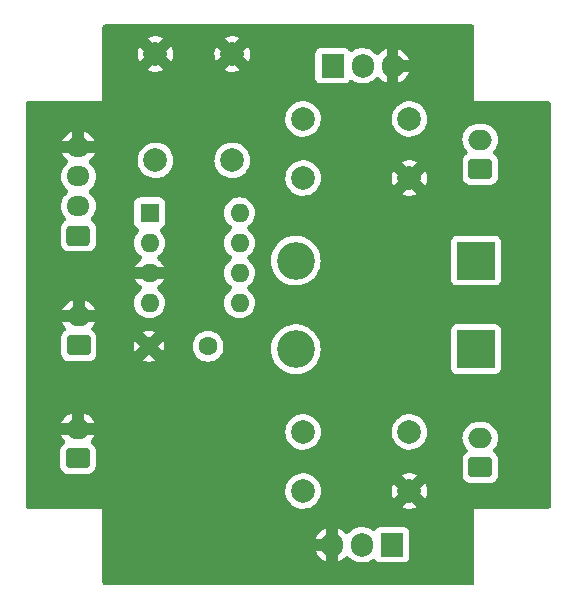
<source format=gbl>
G04 #@! TF.GenerationSoftware,KiCad,Pcbnew,(6.0.7)*
G04 #@! TF.CreationDate,2023-03-09T18:45:31+00:00*
G04 #@! TF.ProjectId,solenoid_driver,736f6c65-6e6f-4696-945f-647269766572,rev?*
G04 #@! TF.SameCoordinates,Original*
G04 #@! TF.FileFunction,Copper,L2,Bot*
G04 #@! TF.FilePolarity,Positive*
%FSLAX46Y46*%
G04 Gerber Fmt 4.6, Leading zero omitted, Abs format (unit mm)*
G04 Created by KiCad (PCBNEW (6.0.7)) date 2023-03-09 18:45:31*
%MOMM*%
%LPD*%
G01*
G04 APERTURE LIST*
G04 Aperture macros list*
%AMRoundRect*
0 Rectangle with rounded corners*
0 $1 Rounding radius*
0 $2 $3 $4 $5 $6 $7 $8 $9 X,Y pos of 4 corners*
0 Add a 4 corners polygon primitive as box body*
4,1,4,$2,$3,$4,$5,$6,$7,$8,$9,$2,$3,0*
0 Add four circle primitives for the rounded corners*
1,1,$1+$1,$2,$3*
1,1,$1+$1,$4,$5*
1,1,$1+$1,$6,$7*
1,1,$1+$1,$8,$9*
0 Add four rect primitives between the rounded corners*
20,1,$1+$1,$2,$3,$4,$5,0*
20,1,$1+$1,$4,$5,$6,$7,0*
20,1,$1+$1,$6,$7,$8,$9,0*
20,1,$1+$1,$8,$9,$2,$3,0*%
G04 Aperture macros list end*
G04 #@! TA.AperFunction,ComponentPad*
%ADD10R,1.600000X1.600000*%
G04 #@! TD*
G04 #@! TA.AperFunction,ComponentPad*
%ADD11O,1.600000X1.600000*%
G04 #@! TD*
G04 #@! TA.AperFunction,ComponentPad*
%ADD12C,2.000000*%
G04 #@! TD*
G04 #@! TA.AperFunction,ComponentPad*
%ADD13C,1.600000*%
G04 #@! TD*
G04 #@! TA.AperFunction,ComponentPad*
%ADD14RoundRect,0.250000X0.725000X-0.600000X0.725000X0.600000X-0.725000X0.600000X-0.725000X-0.600000X0*%
G04 #@! TD*
G04 #@! TA.AperFunction,ComponentPad*
%ADD15O,1.950000X1.700000*%
G04 #@! TD*
G04 #@! TA.AperFunction,ComponentPad*
%ADD16O,3.200000X3.200000*%
G04 #@! TD*
G04 #@! TA.AperFunction,ComponentPad*
%ADD17R,3.200000X3.200000*%
G04 #@! TD*
G04 #@! TA.AperFunction,ComponentPad*
%ADD18O,2.000000X1.700000*%
G04 #@! TD*
G04 #@! TA.AperFunction,ComponentPad*
%ADD19RoundRect,0.250000X0.750000X-0.600000X0.750000X0.600000X-0.750000X0.600000X-0.750000X-0.600000X0*%
G04 #@! TD*
G04 #@! TA.AperFunction,ComponentPad*
%ADD20R,1.905000X2.000000*%
G04 #@! TD*
G04 #@! TA.AperFunction,ComponentPad*
%ADD21O,1.905000X2.000000*%
G04 #@! TD*
G04 APERTURE END LIST*
D10*
X123000000Y-96950000D03*
D11*
X123000000Y-99490000D03*
X123000000Y-102030000D03*
X123000000Y-104570000D03*
X130620000Y-104570000D03*
X130620000Y-102030000D03*
X130620000Y-99490000D03*
X130620000Y-96950000D03*
D12*
X123500000Y-83500000D03*
X123500000Y-92500000D03*
X130000000Y-83500000D03*
X130000000Y-92500000D03*
D13*
X127950000Y-108250000D03*
X122950000Y-108250000D03*
D14*
X116975000Y-98873000D03*
D15*
X116975000Y-96373000D03*
X116975000Y-93873000D03*
X116975000Y-91373000D03*
D12*
X145000000Y-120500000D03*
X136000000Y-120500000D03*
D16*
X135380000Y-101000000D03*
D17*
X150620000Y-101000000D03*
X150620000Y-108500000D03*
D16*
X135380000Y-108500000D03*
D18*
X151000000Y-116000000D03*
D19*
X151000000Y-118500000D03*
D20*
X138493500Y-84500000D03*
D21*
X141033500Y-84500000D03*
X143573500Y-84500000D03*
X138460000Y-125055000D03*
X141000000Y-125055000D03*
D20*
X143540000Y-125055000D03*
D12*
X145000000Y-94000000D03*
X136000000Y-94000000D03*
D18*
X116997500Y-105684000D03*
D19*
X116997500Y-108184000D03*
X151000000Y-93250000D03*
D18*
X151000000Y-90750000D03*
D12*
X136000000Y-115500000D03*
X145000000Y-115500000D03*
X145000000Y-89000000D03*
X136000000Y-89000000D03*
D19*
X116934000Y-117729000D03*
D18*
X116934000Y-115229000D03*
G04 #@! TA.AperFunction,Conductor*
G36*
X150346288Y-81019454D02*
G01*
X150427070Y-81073430D01*
X150481046Y-81154212D01*
X150500000Y-81249500D01*
X150500000Y-87500000D01*
X156750500Y-87500000D01*
X156845788Y-87518954D01*
X156926570Y-87572930D01*
X156980546Y-87653712D01*
X156999500Y-87749000D01*
X156999500Y-121751000D01*
X156980546Y-121846288D01*
X156926570Y-121927070D01*
X156845788Y-121981046D01*
X156750500Y-122000000D01*
X150500000Y-122000000D01*
X150500000Y-128250500D01*
X150481046Y-128345788D01*
X150427070Y-128426570D01*
X150346288Y-128480546D01*
X150251000Y-128499500D01*
X119249000Y-128499500D01*
X119153712Y-128480546D01*
X119072930Y-128426570D01*
X119018954Y-128345788D01*
X119000000Y-128250500D01*
X119000000Y-125564244D01*
X137079001Y-125564244D01*
X137079311Y-125566750D01*
X137084354Y-125581565D01*
X137171445Y-125781861D01*
X137181070Y-125799812D01*
X137299704Y-125983193D01*
X137312135Y-125999334D01*
X137459122Y-126160870D01*
X137474025Y-126174768D01*
X137645427Y-126310133D01*
X137662388Y-126321401D01*
X137853601Y-126426957D01*
X137872176Y-126435305D01*
X137936883Y-126458219D01*
X137957249Y-126461172D01*
X137960000Y-126445165D01*
X137960000Y-126442746D01*
X138960000Y-126442746D01*
X138964069Y-126463204D01*
X138964857Y-126463360D01*
X138978731Y-126461151D01*
X139015089Y-126449267D01*
X139033855Y-126441379D01*
X139227594Y-126340525D01*
X139244821Y-126329677D01*
X139419488Y-126198533D01*
X139434724Y-126185006D01*
X139550259Y-126064106D01*
X139629795Y-126008311D01*
X139724628Y-125987200D01*
X139820322Y-126003988D01*
X139902307Y-126056118D01*
X139914445Y-126068556D01*
X139998781Y-126161241D01*
X139998793Y-126161252D01*
X140005660Y-126168799D01*
X140193166Y-126316883D01*
X140228219Y-126336233D01*
X140393394Y-126427415D01*
X140393398Y-126427417D01*
X140402340Y-126432353D01*
X140411966Y-126435762D01*
X140411971Y-126435764D01*
X140606792Y-126504753D01*
X140627565Y-126512109D01*
X140862792Y-126554009D01*
X140873013Y-126554134D01*
X140873014Y-126554134D01*
X141013903Y-126555855D01*
X141101704Y-126556928D01*
X141337884Y-126520788D01*
X141476666Y-126475427D01*
X141555271Y-126449735D01*
X141555275Y-126449734D01*
X141564990Y-126446558D01*
X141776923Y-126336233D01*
X141830929Y-126295684D01*
X141918510Y-126253628D01*
X142015518Y-126248289D01*
X142107185Y-126280480D01*
X142179685Y-126345473D01*
X142229954Y-126412546D01*
X142244152Y-126423187D01*
X142256382Y-126432353D01*
X142344676Y-126498526D01*
X142361287Y-126504753D01*
X142464304Y-126543372D01*
X142464305Y-126543372D01*
X142478920Y-126548851D01*
X142540123Y-126555500D01*
X143539332Y-126555500D01*
X144539876Y-126555499D01*
X144601080Y-126548851D01*
X144735324Y-126498526D01*
X144823618Y-126432353D01*
X144835848Y-126423187D01*
X144850046Y-126412546D01*
X144936026Y-126297824D01*
X144973248Y-126198533D01*
X144980872Y-126178196D01*
X144980872Y-126178195D01*
X144986351Y-126163580D01*
X144993000Y-126102377D01*
X144992999Y-124007624D01*
X144986351Y-123946420D01*
X144936026Y-123812176D01*
X144850046Y-123697454D01*
X144830207Y-123682585D01*
X144815453Y-123671528D01*
X144735324Y-123611474D01*
X144618694Y-123567752D01*
X144615696Y-123566628D01*
X144615695Y-123566628D01*
X144601080Y-123561149D01*
X144539877Y-123554500D01*
X143540668Y-123554500D01*
X142540124Y-123554501D01*
X142478920Y-123561149D01*
X142344676Y-123611474D01*
X142264547Y-123671528D01*
X142249794Y-123682585D01*
X142229954Y-123697454D01*
X142219313Y-123711652D01*
X142180751Y-123763105D01*
X142108438Y-123827988D01*
X142016799Y-123860258D01*
X141919786Y-123855004D01*
X141827173Y-123809180D01*
X141806834Y-123793117D01*
X141731307Y-123751424D01*
X141606606Y-123682585D01*
X141606602Y-123682583D01*
X141597660Y-123677647D01*
X141588034Y-123674238D01*
X141588029Y-123674236D01*
X141382065Y-123601301D01*
X141382063Y-123601301D01*
X141372435Y-123597891D01*
X141137208Y-123555991D01*
X141126987Y-123555866D01*
X141126986Y-123555866D01*
X140986097Y-123554145D01*
X140898296Y-123553072D01*
X140662116Y-123589212D01*
X140594006Y-123611474D01*
X140444729Y-123660265D01*
X140444725Y-123660266D01*
X140435010Y-123663442D01*
X140286051Y-123740985D01*
X140243559Y-123763105D01*
X140223077Y-123773767D01*
X140032009Y-123917225D01*
X139913311Y-124041436D01*
X139909058Y-124045886D01*
X139829522Y-124101681D01*
X139734688Y-124122792D01*
X139638995Y-124106005D01*
X139557009Y-124053875D01*
X139544871Y-124041436D01*
X139460879Y-123949130D01*
X139445975Y-123935232D01*
X139274573Y-123799867D01*
X139257612Y-123788599D01*
X139066399Y-123683043D01*
X139047824Y-123674695D01*
X138983117Y-123651781D01*
X138962751Y-123648828D01*
X138960000Y-123664835D01*
X138960000Y-126442746D01*
X137960000Y-126442746D01*
X137960000Y-125579527D01*
X137955931Y-125559069D01*
X137935473Y-125555000D01*
X137100488Y-125555000D01*
X137080030Y-125559069D01*
X137079001Y-125564244D01*
X119000000Y-125564244D01*
X119000000Y-124552166D01*
X137083097Y-124552166D01*
X137086411Y-124553837D01*
X137094958Y-124555000D01*
X137935473Y-124555000D01*
X137955931Y-124550931D01*
X137960000Y-124530473D01*
X137960000Y-123667254D01*
X137955931Y-123646796D01*
X137955143Y-123646640D01*
X137941269Y-123648849D01*
X137904911Y-123660733D01*
X137886145Y-123668621D01*
X137692406Y-123769475D01*
X137675179Y-123780323D01*
X137500512Y-123911467D01*
X137485282Y-123924988D01*
X137334383Y-124082896D01*
X137321572Y-124098715D01*
X137198482Y-124279159D01*
X137188431Y-124296851D01*
X137096470Y-124494965D01*
X137089435Y-124514085D01*
X137084643Y-124531368D01*
X137083097Y-124552166D01*
X119000000Y-124552166D01*
X119000000Y-122000000D01*
X112749500Y-122000000D01*
X112654212Y-121981046D01*
X112573430Y-121927070D01*
X112519454Y-121846288D01*
X112500500Y-121751000D01*
X112500500Y-120463214D01*
X134494806Y-120463214D01*
X134509010Y-120709545D01*
X134563255Y-120950249D01*
X134656084Y-121178861D01*
X134785006Y-121389241D01*
X134946557Y-121575741D01*
X135136399Y-121733351D01*
X135285497Y-121820477D01*
X135329668Y-121846288D01*
X135349433Y-121857838D01*
X135579939Y-121945859D01*
X135589950Y-121947896D01*
X135589954Y-121947897D01*
X135811713Y-121993015D01*
X135811715Y-121993015D01*
X135821726Y-121995052D01*
X135924353Y-121998815D01*
X136058087Y-122003719D01*
X136058093Y-122003719D01*
X136068300Y-122004093D01*
X136078431Y-122002795D01*
X136078436Y-122002795D01*
X136213670Y-121985471D01*
X136313041Y-121972741D01*
X136549374Y-121901838D01*
X136644072Y-121855446D01*
X144356766Y-121855446D01*
X144374252Y-121866780D01*
X144570532Y-121941731D01*
X144590093Y-121947414D01*
X144811771Y-121992516D01*
X144831995Y-121994927D01*
X145058066Y-122003218D01*
X145078414Y-122002294D01*
X145302811Y-121973547D01*
X145322714Y-121969317D01*
X145539404Y-121904306D01*
X145558370Y-121896873D01*
X145624537Y-121864459D01*
X145641091Y-121851825D01*
X145632010Y-121839117D01*
X145017341Y-121224448D01*
X145000000Y-121212861D01*
X144982659Y-121224448D01*
X144367043Y-121840064D01*
X144356766Y-121855446D01*
X136644072Y-121855446D01*
X136770954Y-121793287D01*
X136864132Y-121726824D01*
X136963512Y-121655937D01*
X136963516Y-121655934D01*
X136971829Y-121650004D01*
X137146605Y-121475837D01*
X137290588Y-121275463D01*
X137399911Y-121054264D01*
X137431514Y-120950249D01*
X137468669Y-120827956D01*
X137468669Y-120827954D01*
X137471639Y-120818180D01*
X137484638Y-120719447D01*
X137502981Y-120580114D01*
X137502981Y-120580111D01*
X137503845Y-120573550D01*
X137504008Y-120566910D01*
X137505481Y-120506625D01*
X137505643Y-120500000D01*
X137503459Y-120473433D01*
X143495897Y-120473433D01*
X143508919Y-120699270D01*
X143511754Y-120719447D01*
X143561487Y-120940126D01*
X143567579Y-120959569D01*
X143635098Y-121125848D01*
X143645587Y-121141786D01*
X143661974Y-121130919D01*
X144275552Y-120517341D01*
X144287139Y-120500000D01*
X145712861Y-120500000D01*
X145724448Y-120517341D01*
X146336374Y-121129267D01*
X146353715Y-121140854D01*
X146353823Y-121140781D01*
X146362736Y-121128354D01*
X146394916Y-121063242D01*
X146402416Y-121044301D01*
X146468179Y-120827850D01*
X146472483Y-120807943D01*
X146502480Y-120580089D01*
X146503506Y-120566910D01*
X146504979Y-120506626D01*
X146504598Y-120493394D01*
X146485767Y-120264353D01*
X146482440Y-120244260D01*
X146427332Y-120024860D01*
X146420764Y-120005569D01*
X146364108Y-119875269D01*
X146352865Y-119859061D01*
X146337764Y-119869343D01*
X145724448Y-120482659D01*
X145712861Y-120500000D01*
X144287139Y-120500000D01*
X144275552Y-120482659D01*
X143663660Y-119870767D01*
X143646754Y-119859471D01*
X143637102Y-119873282D01*
X143591735Y-119971016D01*
X143584707Y-119990117D01*
X143524250Y-120208116D01*
X143520433Y-120228130D01*
X143496394Y-120453060D01*
X143495897Y-120473433D01*
X137503459Y-120473433D01*
X137485425Y-120254089D01*
X137425316Y-120014783D01*
X137326928Y-119788507D01*
X137192905Y-119581339D01*
X137026846Y-119398842D01*
X136833210Y-119245918D01*
X136788463Y-119221216D01*
X136654852Y-119147459D01*
X144358323Y-119147459D01*
X144358736Y-119148874D01*
X144366306Y-119159199D01*
X144982659Y-119775552D01*
X145000000Y-119787139D01*
X145017341Y-119775552D01*
X145631074Y-119161819D01*
X145642661Y-119144478D01*
X145640971Y-119141949D01*
X145633073Y-119136008D01*
X145625937Y-119132069D01*
X145607360Y-119123720D01*
X145394118Y-119048206D01*
X145374418Y-119043001D01*
X145151711Y-119003332D01*
X145131423Y-119001414D01*
X144905233Y-118998650D01*
X144884901Y-119000071D01*
X144661283Y-119034290D01*
X144641476Y-119039009D01*
X144426458Y-119109288D01*
X144407663Y-119117188D01*
X144374588Y-119134405D01*
X144358323Y-119147459D01*
X136654852Y-119147459D01*
X136626143Y-119131611D01*
X136626144Y-119131611D01*
X136617198Y-119126673D01*
X136607572Y-119123264D01*
X136607567Y-119123262D01*
X136394240Y-119047719D01*
X136394238Y-119047718D01*
X136384610Y-119044309D01*
X136141694Y-119001039D01*
X136131474Y-119000914D01*
X136131472Y-119000914D01*
X135991179Y-118999200D01*
X135894972Y-118998025D01*
X135705826Y-119026968D01*
X135661166Y-119033802D01*
X135661165Y-119033802D01*
X135651070Y-119035347D01*
X135641359Y-119038521D01*
X135426250Y-119108829D01*
X135426247Y-119108830D01*
X135416540Y-119112003D01*
X135197679Y-119225935D01*
X135000364Y-119374083D01*
X134993312Y-119381463D01*
X134993307Y-119381467D01*
X134969480Y-119406401D01*
X134829896Y-119552468D01*
X134824134Y-119560915D01*
X134741015Y-119682763D01*
X134690851Y-119756300D01*
X134586965Y-119980104D01*
X134584238Y-119989939D01*
X134584236Y-119989943D01*
X134574600Y-120024690D01*
X134521026Y-120217871D01*
X134494806Y-120463214D01*
X112500500Y-120463214D01*
X112500500Y-118378866D01*
X115433500Y-118378866D01*
X115444359Y-118483519D01*
X115499744Y-118649529D01*
X115591834Y-118798345D01*
X115715689Y-118921984D01*
X115728003Y-118929574D01*
X115728005Y-118929576D01*
X115843738Y-119000914D01*
X115864666Y-119013814D01*
X115924927Y-119033802D01*
X116017864Y-119064629D01*
X116017868Y-119064630D01*
X116030772Y-119068910D01*
X116044300Y-119070296D01*
X116127815Y-119078853D01*
X116127823Y-119078853D01*
X116134134Y-119079500D01*
X117733866Y-119079500D01*
X117740262Y-119078836D01*
X117740269Y-119078836D01*
X117824971Y-119070047D01*
X117824973Y-119070047D01*
X117838519Y-119068641D01*
X117851432Y-119064333D01*
X117851436Y-119064332D01*
X117990810Y-119017833D01*
X118004529Y-119013256D01*
X118016826Y-119005646D01*
X118016829Y-119005645D01*
X118100581Y-118953817D01*
X118153345Y-118921166D01*
X118276984Y-118797311D01*
X118368814Y-118648334D01*
X118395815Y-118566931D01*
X118419629Y-118495136D01*
X118419630Y-118495132D01*
X118423910Y-118482228D01*
X118434500Y-118378866D01*
X118434500Y-117079134D01*
X118430284Y-117038495D01*
X118425047Y-116988029D01*
X118425047Y-116988027D01*
X118423641Y-116974481D01*
X118401083Y-116906864D01*
X118372833Y-116822190D01*
X118368256Y-116808471D01*
X118321771Y-116733351D01*
X118283776Y-116671953D01*
X118276166Y-116659655D01*
X118152311Y-116536016D01*
X118132086Y-116523549D01*
X118060917Y-116457416D01*
X118020473Y-116369080D01*
X118016912Y-116271990D01*
X118050777Y-116180928D01*
X118086674Y-116135514D01*
X118114427Y-116107761D01*
X118128343Y-116091177D01*
X118251369Y-115915478D01*
X118262192Y-115896731D01*
X118330042Y-115751228D01*
X118334622Y-115732510D01*
X118320277Y-115729000D01*
X115552121Y-115729000D01*
X115533221Y-115732760D01*
X115536102Y-115747246D01*
X115605807Y-115896729D01*
X115616635Y-115915482D01*
X115739653Y-116091170D01*
X115753576Y-116107764D01*
X115781405Y-116135593D01*
X115835381Y-116216375D01*
X115854335Y-116311663D01*
X115835381Y-116406951D01*
X115781405Y-116487733D01*
X115736364Y-116523399D01*
X115726958Y-116529219D01*
X115726948Y-116529227D01*
X115714655Y-116536834D01*
X115591016Y-116660689D01*
X115583426Y-116673003D01*
X115583424Y-116673005D01*
X115512940Y-116787353D01*
X115499186Y-116809666D01*
X115478709Y-116871401D01*
X115448803Y-116961564D01*
X115444090Y-116975772D01*
X115442704Y-116989300D01*
X115437664Y-117038495D01*
X115433500Y-117079134D01*
X115433500Y-118378866D01*
X112500500Y-118378866D01*
X112500500Y-115463214D01*
X134494806Y-115463214D01*
X134509010Y-115709545D01*
X134511257Y-115719514D01*
X134511257Y-115719517D01*
X134519049Y-115754091D01*
X134563255Y-115950249D01*
X134656084Y-116178861D01*
X134785006Y-116389241D01*
X134946557Y-116575741D01*
X135136399Y-116733351D01*
X135349433Y-116857838D01*
X135579939Y-116945859D01*
X135589950Y-116947896D01*
X135589954Y-116947897D01*
X135811713Y-116993015D01*
X135811715Y-116993015D01*
X135821726Y-116995052D01*
X135924353Y-116998815D01*
X136058087Y-117003719D01*
X136058093Y-117003719D01*
X136068300Y-117004093D01*
X136078431Y-117002795D01*
X136078436Y-117002795D01*
X136213670Y-116985471D01*
X136313041Y-116972741D01*
X136549374Y-116901838D01*
X136770954Y-116793287D01*
X136920343Y-116686729D01*
X136963512Y-116655937D01*
X136963516Y-116655934D01*
X136971829Y-116650004D01*
X137146605Y-116475837D01*
X137290588Y-116275463D01*
X137399911Y-116054264D01*
X137431514Y-115950249D01*
X137468669Y-115827956D01*
X137468669Y-115827954D01*
X137471639Y-115818180D01*
X137480077Y-115754091D01*
X137502981Y-115580114D01*
X137502981Y-115580111D01*
X137503845Y-115573550D01*
X137505643Y-115500000D01*
X137502619Y-115463214D01*
X143494806Y-115463214D01*
X143509010Y-115709545D01*
X143511257Y-115719514D01*
X143511257Y-115719517D01*
X143519049Y-115754091D01*
X143563255Y-115950249D01*
X143656084Y-116178861D01*
X143785006Y-116389241D01*
X143946557Y-116575741D01*
X144136399Y-116733351D01*
X144349433Y-116857838D01*
X144579939Y-116945859D01*
X144589950Y-116947896D01*
X144589954Y-116947897D01*
X144811713Y-116993015D01*
X144811715Y-116993015D01*
X144821726Y-116995052D01*
X144924353Y-116998815D01*
X145058087Y-117003719D01*
X145058093Y-117003719D01*
X145068300Y-117004093D01*
X145078431Y-117002795D01*
X145078436Y-117002795D01*
X145213670Y-116985471D01*
X145313041Y-116972741D01*
X145549374Y-116901838D01*
X145770954Y-116793287D01*
X145920343Y-116686729D01*
X145963512Y-116655937D01*
X145963516Y-116655934D01*
X145971829Y-116650004D01*
X146146605Y-116475837D01*
X146290588Y-116275463D01*
X146399911Y-116054264D01*
X146416398Y-116000000D01*
X149494341Y-116000000D01*
X149495289Y-116010835D01*
X149510171Y-116180928D01*
X149514937Y-116235408D01*
X149576097Y-116463663D01*
X149580691Y-116473514D01*
X149580693Y-116473520D01*
X149667490Y-116659655D01*
X149675965Y-116677829D01*
X149811505Y-116871401D01*
X149846968Y-116906864D01*
X149900944Y-116987646D01*
X149919898Y-117082934D01*
X149900944Y-117178222D01*
X149846968Y-117259004D01*
X149801923Y-117294673D01*
X149794241Y-117299427D01*
X149780655Y-117307834D01*
X149657016Y-117431689D01*
X149565186Y-117580666D01*
X149560630Y-117594403D01*
X149514803Y-117732564D01*
X149510090Y-117746772D01*
X149499500Y-117850134D01*
X149499500Y-119149866D01*
X149510359Y-119254519D01*
X149514667Y-119267432D01*
X149514668Y-119267436D01*
X149558509Y-119398842D01*
X149565744Y-119420529D01*
X149657834Y-119569345D01*
X149781689Y-119692984D01*
X149794003Y-119700574D01*
X149794005Y-119700576D01*
X149870705Y-119747854D01*
X149930666Y-119784814D01*
X150012069Y-119811815D01*
X150083864Y-119835629D01*
X150083868Y-119835630D01*
X150096772Y-119839910D01*
X150110300Y-119841296D01*
X150193815Y-119849853D01*
X150193823Y-119849853D01*
X150200134Y-119850500D01*
X151799866Y-119850500D01*
X151806262Y-119849836D01*
X151806269Y-119849836D01*
X151890971Y-119841047D01*
X151890973Y-119841047D01*
X151904519Y-119839641D01*
X151917432Y-119835333D01*
X151917436Y-119835332D01*
X152056810Y-119788833D01*
X152070529Y-119784256D01*
X152082826Y-119776646D01*
X152082829Y-119776645D01*
X152166581Y-119724817D01*
X152219345Y-119692166D01*
X152342984Y-119568311D01*
X152357305Y-119545079D01*
X152427220Y-119431654D01*
X152427220Y-119431653D01*
X152434814Y-119419334D01*
X152461815Y-119337931D01*
X152485629Y-119266136D01*
X152485630Y-119266132D01*
X152489910Y-119253228D01*
X152493190Y-119221216D01*
X152499853Y-119156185D01*
X152499853Y-119156177D01*
X152500500Y-119149866D01*
X152500500Y-117850134D01*
X152489641Y-117745481D01*
X152434256Y-117579471D01*
X152342166Y-117430655D01*
X152218311Y-117307016D01*
X152198524Y-117294819D01*
X152127356Y-117228686D01*
X152086911Y-117140350D01*
X152083350Y-117043260D01*
X152117215Y-116952198D01*
X152153112Y-116906784D01*
X152188495Y-116871401D01*
X152194733Y-116862493D01*
X152317804Y-116686729D01*
X152317805Y-116686728D01*
X152324035Y-116677830D01*
X152328632Y-116667973D01*
X152375243Y-116568015D01*
X152423903Y-116463663D01*
X152426718Y-116453160D01*
X152482249Y-116245909D01*
X152485063Y-116235408D01*
X152489830Y-116180928D01*
X152504711Y-116010835D01*
X152505659Y-116000000D01*
X152490607Y-115827956D01*
X152486011Y-115775426D01*
X152486011Y-115775425D01*
X152485063Y-115764592D01*
X152423903Y-115536337D01*
X152403879Y-115493394D01*
X152328631Y-115332027D01*
X152324035Y-115322171D01*
X152188495Y-115128599D01*
X152021401Y-114961505D01*
X151827829Y-114825965D01*
X151747501Y-114788507D01*
X151623520Y-114730693D01*
X151623516Y-114730691D01*
X151613663Y-114726097D01*
X151385408Y-114664937D01*
X151374575Y-114663989D01*
X151374574Y-114663989D01*
X151323928Y-114659558D01*
X151208966Y-114649500D01*
X150791034Y-114649500D01*
X150676072Y-114659558D01*
X150625426Y-114663989D01*
X150625425Y-114663989D01*
X150614592Y-114664937D01*
X150386337Y-114726097D01*
X150376484Y-114730691D01*
X150376480Y-114730693D01*
X150252499Y-114788507D01*
X150172171Y-114825965D01*
X149978599Y-114961505D01*
X149811505Y-115128599D01*
X149805275Y-115137497D01*
X149805272Y-115137500D01*
X149723636Y-115254089D01*
X149675965Y-115322170D01*
X149671374Y-115332015D01*
X149671373Y-115332017D01*
X149635501Y-115408945D01*
X149576097Y-115536337D01*
X149573284Y-115546835D01*
X149573283Y-115546838D01*
X149567899Y-115566933D01*
X149514937Y-115764592D01*
X149513989Y-115775425D01*
X149513989Y-115775426D01*
X149509393Y-115827956D01*
X149494341Y-116000000D01*
X146416398Y-116000000D01*
X146431514Y-115950249D01*
X146468669Y-115827956D01*
X146468669Y-115827954D01*
X146471639Y-115818180D01*
X146480077Y-115754091D01*
X146502981Y-115580114D01*
X146502981Y-115580111D01*
X146503845Y-115573550D01*
X146505643Y-115500000D01*
X146485425Y-115254089D01*
X146425316Y-115014783D01*
X146326928Y-114788507D01*
X146192905Y-114581339D01*
X146026846Y-114398842D01*
X145833210Y-114245918D01*
X145788463Y-114221216D01*
X145626143Y-114131611D01*
X145626144Y-114131611D01*
X145617198Y-114126673D01*
X145607572Y-114123264D01*
X145607567Y-114123262D01*
X145394240Y-114047719D01*
X145394238Y-114047718D01*
X145384610Y-114044309D01*
X145141694Y-114001039D01*
X145131474Y-114000914D01*
X145131472Y-114000914D01*
X144991179Y-113999200D01*
X144894972Y-113998025D01*
X144705826Y-114026968D01*
X144661166Y-114033802D01*
X144661165Y-114033802D01*
X144651070Y-114035347D01*
X144641359Y-114038521D01*
X144426250Y-114108829D01*
X144426247Y-114108830D01*
X144416540Y-114112003D01*
X144197679Y-114225935D01*
X144000364Y-114374083D01*
X143993312Y-114381463D01*
X143993307Y-114381467D01*
X143969480Y-114406401D01*
X143829896Y-114552468D01*
X143823891Y-114561271D01*
X143709474Y-114729000D01*
X143690851Y-114756300D01*
X143586965Y-114980104D01*
X143584238Y-114989939D01*
X143584236Y-114989943D01*
X143574600Y-115024690D01*
X143521026Y-115217871D01*
X143494806Y-115463214D01*
X137502619Y-115463214D01*
X137485425Y-115254089D01*
X137425316Y-115014783D01*
X137326928Y-114788507D01*
X137192905Y-114581339D01*
X137026846Y-114398842D01*
X136833210Y-114245918D01*
X136788463Y-114221216D01*
X136626143Y-114131611D01*
X136626144Y-114131611D01*
X136617198Y-114126673D01*
X136607572Y-114123264D01*
X136607567Y-114123262D01*
X136394240Y-114047719D01*
X136394238Y-114047718D01*
X136384610Y-114044309D01*
X136141694Y-114001039D01*
X136131474Y-114000914D01*
X136131472Y-114000914D01*
X135991179Y-113999200D01*
X135894972Y-113998025D01*
X135705826Y-114026968D01*
X135661166Y-114033802D01*
X135661165Y-114033802D01*
X135651070Y-114035347D01*
X135641359Y-114038521D01*
X135426250Y-114108829D01*
X135426247Y-114108830D01*
X135416540Y-114112003D01*
X135197679Y-114225935D01*
X135000364Y-114374083D01*
X134993312Y-114381463D01*
X134993307Y-114381467D01*
X134969480Y-114406401D01*
X134829896Y-114552468D01*
X134823891Y-114561271D01*
X134709474Y-114729000D01*
X134690851Y-114756300D01*
X134586965Y-114980104D01*
X134584238Y-114989939D01*
X134584236Y-114989943D01*
X134574600Y-115024690D01*
X134521026Y-115217871D01*
X134494806Y-115463214D01*
X112500500Y-115463214D01*
X112500500Y-114725490D01*
X115533378Y-114725490D01*
X115547723Y-114729000D01*
X116409473Y-114729000D01*
X116429931Y-114724931D01*
X116434000Y-114704473D01*
X117434000Y-114704473D01*
X117438069Y-114724931D01*
X117458527Y-114729000D01*
X118315879Y-114729000D01*
X118334779Y-114725240D01*
X118331898Y-114710754D01*
X118262193Y-114561271D01*
X118251365Y-114542518D01*
X118128347Y-114366830D01*
X118114424Y-114350236D01*
X117962764Y-114198576D01*
X117946170Y-114184653D01*
X117770482Y-114061635D01*
X117751725Y-114050805D01*
X117557348Y-113960166D01*
X117536985Y-113952754D01*
X117457691Y-113931507D01*
X117436877Y-113930143D01*
X117434989Y-113933970D01*
X117434000Y-113941484D01*
X117434000Y-114704473D01*
X116434000Y-114704473D01*
X116434000Y-113949686D01*
X116429931Y-113929228D01*
X116425743Y-113928395D01*
X116418229Y-113929385D01*
X116331015Y-113952754D01*
X116310652Y-113960166D01*
X116116275Y-114050805D01*
X116097518Y-114061635D01*
X115921830Y-114184653D01*
X115905236Y-114198576D01*
X115753573Y-114350239D01*
X115739657Y-114366823D01*
X115616631Y-114542522D01*
X115605808Y-114561269D01*
X115537958Y-114706772D01*
X115533378Y-114725490D01*
X112500500Y-114725490D01*
X112500500Y-108833866D01*
X115497000Y-108833866D01*
X115507859Y-108938519D01*
X115563244Y-109104529D01*
X115655334Y-109253345D01*
X115779189Y-109376984D01*
X115791503Y-109384574D01*
X115791505Y-109384576D01*
X115874545Y-109435762D01*
X115928166Y-109468814D01*
X116009569Y-109495815D01*
X116081364Y-109519629D01*
X116081368Y-109519630D01*
X116094272Y-109523910D01*
X116107800Y-109525296D01*
X116191315Y-109533853D01*
X116191323Y-109533853D01*
X116197634Y-109534500D01*
X117797366Y-109534500D01*
X117803762Y-109533836D01*
X117803769Y-109533836D01*
X117888471Y-109525047D01*
X117888473Y-109525047D01*
X117902019Y-109523641D01*
X117914932Y-109519333D01*
X117914936Y-109519332D01*
X118054310Y-109472833D01*
X118068029Y-109468256D01*
X118080326Y-109460646D01*
X118080329Y-109460645D01*
X118093163Y-109452703D01*
X122460025Y-109452703D01*
X122473747Y-109462311D01*
X122493817Y-109471670D01*
X122514181Y-109479082D01*
X122712894Y-109532327D01*
X122734220Y-109536088D01*
X122939176Y-109554019D01*
X122960824Y-109554019D01*
X123165780Y-109536088D01*
X123187106Y-109532327D01*
X123385819Y-109479082D01*
X123406183Y-109471670D01*
X123423771Y-109463468D01*
X123440202Y-109451421D01*
X123430593Y-109437700D01*
X122967342Y-108974449D01*
X122950000Y-108962861D01*
X122932658Y-108974449D01*
X122471344Y-109435762D01*
X122460025Y-109452703D01*
X118093163Y-109452703D01*
X118202304Y-109385164D01*
X118216845Y-109376166D01*
X118340484Y-109252311D01*
X118432314Y-109103334D01*
X118478908Y-108962861D01*
X118483129Y-108950136D01*
X118483130Y-108950132D01*
X118487410Y-108937228D01*
X118498000Y-108833866D01*
X118498000Y-108260824D01*
X121645981Y-108260824D01*
X121663912Y-108465780D01*
X121667673Y-108487106D01*
X121720918Y-108685819D01*
X121728330Y-108706183D01*
X121736532Y-108723771D01*
X121748579Y-108740202D01*
X121762300Y-108730593D01*
X122225551Y-108267342D01*
X122237139Y-108250000D01*
X123662861Y-108250000D01*
X123674449Y-108267342D01*
X124135762Y-108728656D01*
X124152703Y-108739975D01*
X124162311Y-108726253D01*
X124171670Y-108706183D01*
X124179082Y-108685819D01*
X124232327Y-108487106D01*
X124236088Y-108465780D01*
X124254019Y-108260824D01*
X124254019Y-108250000D01*
X126644532Y-108250000D01*
X126664365Y-108476692D01*
X126723261Y-108696496D01*
X126819432Y-108902734D01*
X126949953Y-109089139D01*
X127110861Y-109250047D01*
X127193423Y-109307857D01*
X127276361Y-109365930D01*
X127297266Y-109380568D01*
X127503504Y-109476739D01*
X127723308Y-109535635D01*
X127734136Y-109536582D01*
X127734140Y-109536583D01*
X127939164Y-109554520D01*
X127950000Y-109555468D01*
X127960836Y-109554520D01*
X128165860Y-109536583D01*
X128165864Y-109536582D01*
X128176692Y-109535635D01*
X128396496Y-109476739D01*
X128602734Y-109380568D01*
X128623640Y-109365930D01*
X128706577Y-109307857D01*
X128789139Y-109250047D01*
X128950047Y-109089139D01*
X129080568Y-108902734D01*
X129176739Y-108696496D01*
X129235297Y-108477953D01*
X133274707Y-108477953D01*
X133291194Y-108763878D01*
X133346332Y-109044920D01*
X133349077Y-109052938D01*
X133349078Y-109052941D01*
X133361628Y-109089597D01*
X133439102Y-109315878D01*
X133442908Y-109323446D01*
X133442910Y-109323450D01*
X133541578Y-109519629D01*
X133567787Y-109571740D01*
X133572590Y-109578729D01*
X133572591Y-109578730D01*
X133611245Y-109634972D01*
X133730006Y-109807770D01*
X133922756Y-110019600D01*
X134142472Y-110203311D01*
X134385088Y-110355503D01*
X134392818Y-110358993D01*
X134392825Y-110358997D01*
X134638386Y-110469872D01*
X134638390Y-110469874D01*
X134646114Y-110473361D01*
X134920719Y-110554703D01*
X134929094Y-110555985D01*
X134929096Y-110555985D01*
X134994304Y-110565963D01*
X135203824Y-110598024D01*
X135325092Y-110599929D01*
X135481702Y-110602390D01*
X135481707Y-110602390D01*
X135490189Y-110602523D01*
X135561849Y-110593851D01*
X135766089Y-110569135D01*
X135766095Y-110569134D01*
X135774514Y-110568115D01*
X136051539Y-110495439D01*
X136213692Y-110428273D01*
X136308295Y-110389088D01*
X136308299Y-110389086D01*
X136316138Y-110385839D01*
X136368052Y-110355503D01*
X136556093Y-110245621D01*
X136556097Y-110245618D01*
X136563415Y-110241342D01*
X136586550Y-110223202D01*
X136782121Y-110069855D01*
X136782125Y-110069851D01*
X136788793Y-110064623D01*
X136832424Y-110019600D01*
X136982200Y-109865042D01*
X136988102Y-109858952D01*
X137157655Y-109628134D01*
X137188275Y-109571740D01*
X137290268Y-109383891D01*
X137294313Y-109376441D01*
X137337349Y-109262550D01*
X137392551Y-109116462D01*
X137392552Y-109116459D01*
X137395548Y-109108530D01*
X137434486Y-108938519D01*
X137457596Y-108837615D01*
X137457596Y-108837613D01*
X137459487Y-108829358D01*
X137467465Y-108739975D01*
X137484511Y-108548968D01*
X137484511Y-108548964D01*
X137484946Y-108544092D01*
X137485408Y-108500000D01*
X137469102Y-108260824D01*
X137466505Y-108222722D01*
X137466504Y-108222717D01*
X137465928Y-108214263D01*
X137428627Y-108034140D01*
X137409568Y-107942110D01*
X137407850Y-107933814D01*
X137312248Y-107663842D01*
X137297967Y-107636172D01*
X137198278Y-107443029D01*
X137180891Y-107409342D01*
X137016209Y-107175024D01*
X136994638Y-107151810D01*
X136854716Y-107001237D01*
X136821251Y-106965224D01*
X136767397Y-106921145D01*
X136683680Y-106852623D01*
X148519500Y-106852623D01*
X148519501Y-110147376D01*
X148526149Y-110208580D01*
X148576474Y-110342824D01*
X148662454Y-110457546D01*
X148777176Y-110543526D01*
X148806991Y-110554703D01*
X148896804Y-110588372D01*
X148896805Y-110588372D01*
X148911420Y-110593851D01*
X148972623Y-110600500D01*
X150618899Y-110600500D01*
X152267376Y-110600499D01*
X152328580Y-110593851D01*
X152462824Y-110543526D01*
X152577546Y-110457546D01*
X152663526Y-110342824D01*
X152713851Y-110208580D01*
X152720500Y-110147377D01*
X152720499Y-106852624D01*
X152713851Y-106791420D01*
X152663526Y-106657176D01*
X152577546Y-106542454D01*
X152462824Y-106456474D01*
X152405605Y-106435024D01*
X152343196Y-106411628D01*
X152343195Y-106411628D01*
X152328580Y-106406149D01*
X152267377Y-106399500D01*
X150621101Y-106399500D01*
X148972624Y-106399501D01*
X148911420Y-106406149D01*
X148777176Y-106456474D01*
X148662454Y-106542454D01*
X148576474Y-106657176D01*
X148570247Y-106673787D01*
X148535383Y-106766789D01*
X148526149Y-106791420D01*
X148519500Y-106852623D01*
X136683680Y-106852623D01*
X136606186Y-106789194D01*
X136606179Y-106789189D01*
X136599623Y-106783823D01*
X136355427Y-106634180D01*
X136093182Y-106519062D01*
X136085039Y-106516742D01*
X136085035Y-106516741D01*
X135982360Y-106487494D01*
X135817739Y-106440600D01*
X135534196Y-106400246D01*
X135399925Y-106399543D01*
X135256279Y-106398791D01*
X135256273Y-106398791D01*
X135247800Y-106398747D01*
X134963851Y-106436129D01*
X134687602Y-106511702D01*
X134424165Y-106624068D01*
X134416890Y-106628422D01*
X134416888Y-106628423D01*
X134341090Y-106673787D01*
X134178415Y-106771146D01*
X133954900Y-106950215D01*
X133872988Y-107036532D01*
X133787182Y-107126953D01*
X133757755Y-107157962D01*
X133590629Y-107390543D01*
X133456614Y-107643653D01*
X133358190Y-107912610D01*
X133356386Y-107920883D01*
X133356385Y-107920887D01*
X133298985Y-108184147D01*
X133297178Y-108192436D01*
X133296513Y-108200887D01*
X133296512Y-108200893D01*
X133275665Y-108465780D01*
X133274707Y-108477953D01*
X129235297Y-108477953D01*
X129235635Y-108476692D01*
X129255468Y-108250000D01*
X129253951Y-108232658D01*
X129236583Y-108034140D01*
X129236582Y-108034136D01*
X129235635Y-108023308D01*
X129176739Y-107803504D01*
X129080568Y-107597266D01*
X128950047Y-107410861D01*
X128789139Y-107249953D01*
X128602734Y-107119432D01*
X128396496Y-107023261D01*
X128176692Y-106964365D01*
X128165864Y-106963418D01*
X128165860Y-106963417D01*
X127960836Y-106945480D01*
X127950000Y-106944532D01*
X127939164Y-106945480D01*
X127734140Y-106963417D01*
X127734136Y-106963418D01*
X127723308Y-106964365D01*
X127503504Y-107023261D01*
X127297266Y-107119432D01*
X127110861Y-107249953D01*
X126949953Y-107410861D01*
X126819432Y-107597266D01*
X126723261Y-107803504D01*
X126664365Y-108023308D01*
X126663418Y-108034136D01*
X126663417Y-108034140D01*
X126646049Y-108232658D01*
X126644532Y-108250000D01*
X124254019Y-108250000D01*
X124254019Y-108239176D01*
X124236088Y-108034220D01*
X124232327Y-108012894D01*
X124179082Y-107814181D01*
X124171670Y-107793817D01*
X124163468Y-107776229D01*
X124151421Y-107759798D01*
X124137700Y-107769407D01*
X123674449Y-108232658D01*
X123662861Y-108250000D01*
X122237139Y-108250000D01*
X122225551Y-108232658D01*
X121764238Y-107771344D01*
X121747297Y-107760025D01*
X121737689Y-107773747D01*
X121728330Y-107793817D01*
X121720918Y-107814181D01*
X121667673Y-108012894D01*
X121663912Y-108034220D01*
X121645981Y-108239176D01*
X121645981Y-108260824D01*
X118498000Y-108260824D01*
X118498000Y-107534134D01*
X118497110Y-107525551D01*
X118488547Y-107443029D01*
X118488547Y-107443027D01*
X118487141Y-107429481D01*
X118480423Y-107409342D01*
X118436333Y-107277190D01*
X118431756Y-107263471D01*
X118419532Y-107243716D01*
X118347276Y-107126953D01*
X118339666Y-107114655D01*
X118273474Y-107048579D01*
X122459798Y-107048579D01*
X122469407Y-107062300D01*
X122932658Y-107525551D01*
X122950000Y-107537139D01*
X122967342Y-107525551D01*
X123428656Y-107064238D01*
X123439975Y-107047297D01*
X123426253Y-107037689D01*
X123406183Y-107028330D01*
X123385819Y-107020918D01*
X123187106Y-106967673D01*
X123165780Y-106963912D01*
X122960824Y-106945981D01*
X122939176Y-106945981D01*
X122734220Y-106963912D01*
X122712894Y-106967673D01*
X122514181Y-107020918D01*
X122493817Y-107028330D01*
X122476229Y-107036532D01*
X122459798Y-107048579D01*
X118273474Y-107048579D01*
X118245765Y-107020918D01*
X118226050Y-107001237D01*
X118226049Y-107001236D01*
X118215811Y-106991016D01*
X118195586Y-106978549D01*
X118124417Y-106912416D01*
X118083973Y-106824080D01*
X118080412Y-106726990D01*
X118114277Y-106635928D01*
X118150174Y-106590514D01*
X118177927Y-106562761D01*
X118191843Y-106546177D01*
X118314869Y-106370478D01*
X118325692Y-106351731D01*
X118393542Y-106206228D01*
X118398122Y-106187510D01*
X118383777Y-106184000D01*
X115615621Y-106184000D01*
X115596721Y-106187760D01*
X115599602Y-106202246D01*
X115669307Y-106351729D01*
X115680135Y-106370482D01*
X115803153Y-106546170D01*
X115817076Y-106562764D01*
X115844905Y-106590593D01*
X115898881Y-106671375D01*
X115917835Y-106766663D01*
X115898881Y-106861951D01*
X115844905Y-106942733D01*
X115799864Y-106978399D01*
X115790458Y-106984219D01*
X115790448Y-106984227D01*
X115778155Y-106991834D01*
X115654516Y-107115689D01*
X115646926Y-107128003D01*
X115646924Y-107128005D01*
X115613666Y-107181960D01*
X115562686Y-107264666D01*
X115558130Y-107278403D01*
X115512201Y-107416872D01*
X115507590Y-107430772D01*
X115497000Y-107534134D01*
X115497000Y-108833866D01*
X112500500Y-108833866D01*
X112500500Y-105180490D01*
X115596878Y-105180490D01*
X115611223Y-105184000D01*
X116472973Y-105184000D01*
X116493431Y-105179931D01*
X116497500Y-105159473D01*
X117497500Y-105159473D01*
X117501569Y-105179931D01*
X117522027Y-105184000D01*
X118379379Y-105184000D01*
X118398279Y-105180240D01*
X118395398Y-105165754D01*
X118325693Y-105016271D01*
X118314865Y-104997518D01*
X118191847Y-104821830D01*
X118177924Y-104805236D01*
X118026264Y-104653576D01*
X118009670Y-104639653D01*
X117910195Y-104570000D01*
X121694532Y-104570000D01*
X121714365Y-104796692D01*
X121773261Y-105016496D01*
X121869432Y-105222734D01*
X121999953Y-105409139D01*
X122160861Y-105570047D01*
X122347266Y-105700568D01*
X122553504Y-105796739D01*
X122773308Y-105855635D01*
X122784136Y-105856582D01*
X122784140Y-105856583D01*
X122989164Y-105874520D01*
X123000000Y-105875468D01*
X123010836Y-105874520D01*
X123215860Y-105856583D01*
X123215864Y-105856582D01*
X123226692Y-105855635D01*
X123446496Y-105796739D01*
X123652734Y-105700568D01*
X123839139Y-105570047D01*
X124000047Y-105409139D01*
X124130568Y-105222734D01*
X124226739Y-105016496D01*
X124285635Y-104796692D01*
X124305468Y-104570000D01*
X129314532Y-104570000D01*
X129334365Y-104796692D01*
X129393261Y-105016496D01*
X129489432Y-105222734D01*
X129619953Y-105409139D01*
X129780861Y-105570047D01*
X129967266Y-105700568D01*
X130173504Y-105796739D01*
X130393308Y-105855635D01*
X130404136Y-105856582D01*
X130404140Y-105856583D01*
X130609164Y-105874520D01*
X130620000Y-105875468D01*
X130630836Y-105874520D01*
X130835860Y-105856583D01*
X130835864Y-105856582D01*
X130846692Y-105855635D01*
X131066496Y-105796739D01*
X131272734Y-105700568D01*
X131459139Y-105570047D01*
X131620047Y-105409139D01*
X131750568Y-105222734D01*
X131846739Y-105016496D01*
X131905635Y-104796692D01*
X131925468Y-104570000D01*
X131911922Y-104415166D01*
X131906583Y-104354140D01*
X131906582Y-104354136D01*
X131905635Y-104343308D01*
X131846739Y-104123504D01*
X131750568Y-103917266D01*
X131620047Y-103730861D01*
X131459139Y-103569953D01*
X131364903Y-103503969D01*
X131297719Y-103433789D01*
X131262506Y-103343240D01*
X131264625Y-103246108D01*
X131303753Y-103157181D01*
X131364902Y-103096032D01*
X131459139Y-103030047D01*
X131620047Y-102869139D01*
X131750568Y-102682734D01*
X131846739Y-102476496D01*
X131905635Y-102256692D01*
X131916883Y-102128134D01*
X131924520Y-102040836D01*
X131925468Y-102030000D01*
X131912685Y-101883891D01*
X131906583Y-101814140D01*
X131906582Y-101814136D01*
X131905635Y-101803308D01*
X131846739Y-101583504D01*
X131750568Y-101377266D01*
X131620047Y-101190861D01*
X131459139Y-101029953D01*
X131384874Y-100977953D01*
X133274707Y-100977953D01*
X133291194Y-101263878D01*
X133346332Y-101544920D01*
X133349077Y-101552938D01*
X133349078Y-101552941D01*
X133365281Y-101600265D01*
X133439102Y-101815878D01*
X133567787Y-102071740D01*
X133572590Y-102078729D01*
X133572591Y-102078730D01*
X133611245Y-102134972D01*
X133730006Y-102307770D01*
X133922756Y-102519600D01*
X134142472Y-102703311D01*
X134385088Y-102855503D01*
X134392818Y-102858993D01*
X134392825Y-102858997D01*
X134638386Y-102969872D01*
X134638390Y-102969874D01*
X134646114Y-102973361D01*
X134920719Y-103054703D01*
X134929094Y-103055985D01*
X134929096Y-103055985D01*
X134994304Y-103065963D01*
X135203824Y-103098024D01*
X135325092Y-103099929D01*
X135481702Y-103102390D01*
X135481707Y-103102390D01*
X135490189Y-103102523D01*
X135561849Y-103093851D01*
X135766089Y-103069135D01*
X135766095Y-103069134D01*
X135774514Y-103068115D01*
X136051539Y-102995439D01*
X136213692Y-102928273D01*
X136308295Y-102889088D01*
X136308299Y-102889086D01*
X136316138Y-102885839D01*
X136331564Y-102876825D01*
X136556093Y-102745621D01*
X136556097Y-102745618D01*
X136563415Y-102741342D01*
X136586550Y-102723202D01*
X136782121Y-102569855D01*
X136782125Y-102569851D01*
X136788793Y-102564623D01*
X136800809Y-102552224D01*
X136982200Y-102365042D01*
X136988102Y-102358952D01*
X137157655Y-102128134D01*
X137188275Y-102071740D01*
X137290268Y-101883891D01*
X137294313Y-101876441D01*
X137395548Y-101608530D01*
X137459487Y-101329358D01*
X137471025Y-101200085D01*
X137484511Y-101048968D01*
X137484511Y-101048964D01*
X137484946Y-101044092D01*
X137485408Y-101000000D01*
X137472015Y-100803543D01*
X137466505Y-100722722D01*
X137466504Y-100722717D01*
X137465928Y-100714263D01*
X137447694Y-100626211D01*
X137409568Y-100442110D01*
X137407850Y-100433814D01*
X137312248Y-100163842D01*
X137305218Y-100150220D01*
X137202676Y-99951550D01*
X137180891Y-99909342D01*
X137016209Y-99675024D01*
X136994638Y-99651810D01*
X136827029Y-99471442D01*
X136821251Y-99465224D01*
X136767397Y-99421145D01*
X136683680Y-99352623D01*
X148519500Y-99352623D01*
X148519501Y-102647376D01*
X148526149Y-102708580D01*
X148576474Y-102842824D01*
X148662454Y-102957546D01*
X148777176Y-103043526D01*
X148806991Y-103054703D01*
X148896804Y-103088372D01*
X148896805Y-103088372D01*
X148911420Y-103093851D01*
X148972623Y-103100500D01*
X150618899Y-103100500D01*
X152267376Y-103100499D01*
X152328580Y-103093851D01*
X152462824Y-103043526D01*
X152577546Y-102957546D01*
X152663526Y-102842824D01*
X152713851Y-102708580D01*
X152720500Y-102647377D01*
X152720499Y-99352624D01*
X152713851Y-99291420D01*
X152663526Y-99157176D01*
X152577546Y-99042454D01*
X152462824Y-98956474D01*
X152405605Y-98935024D01*
X152343196Y-98911628D01*
X152343195Y-98911628D01*
X152328580Y-98906149D01*
X152267377Y-98899500D01*
X150621101Y-98899500D01*
X148972624Y-98899501D01*
X148911420Y-98906149D01*
X148777176Y-98956474D01*
X148662454Y-99042454D01*
X148576474Y-99157176D01*
X148570247Y-99173787D01*
X148535383Y-99266789D01*
X148526149Y-99291420D01*
X148519500Y-99352623D01*
X136683680Y-99352623D01*
X136606186Y-99289194D01*
X136606179Y-99289189D01*
X136599623Y-99283823D01*
X136355427Y-99134180D01*
X136093182Y-99019062D01*
X136085039Y-99016742D01*
X136085035Y-99016741D01*
X135982360Y-98987494D01*
X135817739Y-98940600D01*
X135534196Y-98900246D01*
X135399925Y-98899543D01*
X135256279Y-98898791D01*
X135256273Y-98898791D01*
X135247800Y-98898747D01*
X134963851Y-98936129D01*
X134687602Y-99011702D01*
X134424165Y-99124068D01*
X134416890Y-99128422D01*
X134416888Y-99128423D01*
X134368845Y-99157176D01*
X134178415Y-99271146D01*
X133954900Y-99450215D01*
X133949063Y-99456366D01*
X133787870Y-99626228D01*
X133757755Y-99657962D01*
X133590629Y-99890543D01*
X133456614Y-100143653D01*
X133358190Y-100412610D01*
X133356386Y-100420883D01*
X133356385Y-100420887D01*
X133298985Y-100684147D01*
X133297178Y-100692436D01*
X133296513Y-100700887D01*
X133296512Y-100700893D01*
X133275372Y-100969501D01*
X133274707Y-100977953D01*
X131384874Y-100977953D01*
X131364903Y-100963969D01*
X131297719Y-100893789D01*
X131262506Y-100803240D01*
X131264625Y-100706108D01*
X131303753Y-100617181D01*
X131364902Y-100556032D01*
X131459139Y-100490047D01*
X131620047Y-100329139D01*
X131750568Y-100142734D01*
X131846739Y-99936496D01*
X131860896Y-99883663D01*
X131902822Y-99727190D01*
X131905635Y-99716692D01*
X131909281Y-99675024D01*
X131924520Y-99500836D01*
X131925468Y-99490000D01*
X131909452Y-99306939D01*
X131906583Y-99274140D01*
X131906582Y-99274136D01*
X131905635Y-99263308D01*
X131846739Y-99043504D01*
X131750568Y-98837266D01*
X131620047Y-98650861D01*
X131459139Y-98489953D01*
X131364903Y-98423969D01*
X131297719Y-98353789D01*
X131262506Y-98263240D01*
X131264625Y-98166108D01*
X131303753Y-98077181D01*
X131364902Y-98016032D01*
X131459139Y-97950047D01*
X131620047Y-97789139D01*
X131750568Y-97602734D01*
X131846739Y-97396496D01*
X131905635Y-97176692D01*
X131925468Y-96950000D01*
X131914634Y-96826162D01*
X131906583Y-96734140D01*
X131906582Y-96734136D01*
X131905635Y-96723308D01*
X131846739Y-96503504D01*
X131750568Y-96297266D01*
X131620047Y-96110861D01*
X131459139Y-95949953D01*
X131272734Y-95819432D01*
X131066496Y-95723261D01*
X131043552Y-95717113D01*
X130857190Y-95667178D01*
X130857191Y-95667178D01*
X130846692Y-95664365D01*
X130835864Y-95663418D01*
X130835860Y-95663417D01*
X130630836Y-95645480D01*
X130620000Y-95644532D01*
X130609164Y-95645480D01*
X130404140Y-95663417D01*
X130404136Y-95663418D01*
X130393308Y-95664365D01*
X130382809Y-95667178D01*
X130382810Y-95667178D01*
X130196449Y-95717113D01*
X130173504Y-95723261D01*
X129967266Y-95819432D01*
X129780861Y-95949953D01*
X129619953Y-96110861D01*
X129489432Y-96297266D01*
X129393261Y-96503504D01*
X129334365Y-96723308D01*
X129333418Y-96734136D01*
X129333417Y-96734140D01*
X129325366Y-96826162D01*
X129314532Y-96950000D01*
X129334365Y-97176692D01*
X129393261Y-97396496D01*
X129489432Y-97602734D01*
X129619953Y-97789139D01*
X129780861Y-97950047D01*
X129875097Y-98016031D01*
X129942281Y-98086211D01*
X129977494Y-98176760D01*
X129975375Y-98273892D01*
X129936247Y-98362819D01*
X129875098Y-98423968D01*
X129780861Y-98489953D01*
X129619953Y-98650861D01*
X129489432Y-98837266D01*
X129393261Y-99043504D01*
X129334365Y-99263308D01*
X129333418Y-99274136D01*
X129333417Y-99274140D01*
X129330548Y-99306939D01*
X129314532Y-99490000D01*
X129315480Y-99500836D01*
X129330720Y-99675024D01*
X129334365Y-99716692D01*
X129337178Y-99727190D01*
X129379105Y-99883663D01*
X129393261Y-99936496D01*
X129489432Y-100142734D01*
X129619953Y-100329139D01*
X129780861Y-100490047D01*
X129875097Y-100556031D01*
X129942281Y-100626211D01*
X129977494Y-100716760D01*
X129975375Y-100813892D01*
X129936247Y-100902819D01*
X129875098Y-100963968D01*
X129780861Y-101029953D01*
X129619953Y-101190861D01*
X129489432Y-101377266D01*
X129393261Y-101583504D01*
X129334365Y-101803308D01*
X129333418Y-101814136D01*
X129333417Y-101814140D01*
X129327315Y-101883891D01*
X129314532Y-102030000D01*
X129315480Y-102040836D01*
X129323118Y-102128134D01*
X129334365Y-102256692D01*
X129393261Y-102476496D01*
X129489432Y-102682734D01*
X129619953Y-102869139D01*
X129780861Y-103030047D01*
X129875097Y-103096031D01*
X129942281Y-103166211D01*
X129977494Y-103256760D01*
X129975375Y-103353892D01*
X129936247Y-103442819D01*
X129875098Y-103503968D01*
X129780861Y-103569953D01*
X129619953Y-103730861D01*
X129489432Y-103917266D01*
X129393261Y-104123504D01*
X129334365Y-104343308D01*
X129333418Y-104354136D01*
X129333417Y-104354140D01*
X129328078Y-104415166D01*
X129314532Y-104570000D01*
X124305468Y-104570000D01*
X124291922Y-104415166D01*
X124286583Y-104354140D01*
X124286582Y-104354136D01*
X124285635Y-104343308D01*
X124226739Y-104123504D01*
X124130568Y-103917266D01*
X124000047Y-103730861D01*
X123839139Y-103569953D01*
X123744468Y-103503664D01*
X123677284Y-103433483D01*
X123642071Y-103342934D01*
X123644190Y-103245802D01*
X123683319Y-103156875D01*
X123744467Y-103095726D01*
X123829915Y-103035895D01*
X123846499Y-103021979D01*
X123991979Y-102876499D01*
X124005895Y-102859915D01*
X124123903Y-102691382D01*
X124134725Y-102672637D01*
X124190875Y-102552224D01*
X124195454Y-102533510D01*
X124181110Y-102530000D01*
X121823289Y-102530000D01*
X121804389Y-102533760D01*
X121807270Y-102548246D01*
X121865275Y-102672637D01*
X121876097Y-102691382D01*
X121994105Y-102859915D01*
X122008021Y-102876499D01*
X122153501Y-103021979D01*
X122170085Y-103035895D01*
X122255533Y-103095726D01*
X122322717Y-103165908D01*
X122357929Y-103256457D01*
X122355810Y-103353589D01*
X122316681Y-103442516D01*
X122255532Y-103503664D01*
X122160861Y-103569953D01*
X121999953Y-103730861D01*
X121869432Y-103917266D01*
X121773261Y-104123504D01*
X121714365Y-104343308D01*
X121713418Y-104354136D01*
X121713417Y-104354140D01*
X121708078Y-104415166D01*
X121694532Y-104570000D01*
X117910195Y-104570000D01*
X117833982Y-104516635D01*
X117815225Y-104505805D01*
X117620848Y-104415166D01*
X117600485Y-104407754D01*
X117521191Y-104386507D01*
X117500377Y-104385143D01*
X117498489Y-104388970D01*
X117497500Y-104396484D01*
X117497500Y-105159473D01*
X116497500Y-105159473D01*
X116497500Y-104404686D01*
X116493431Y-104384228D01*
X116489243Y-104383395D01*
X116481729Y-104384385D01*
X116394515Y-104407754D01*
X116374152Y-104415166D01*
X116179775Y-104505805D01*
X116161018Y-104516635D01*
X115985330Y-104639653D01*
X115968736Y-104653576D01*
X115817073Y-104805239D01*
X115803157Y-104821823D01*
X115680131Y-104997522D01*
X115669308Y-105016269D01*
X115601458Y-105161772D01*
X115596878Y-105180490D01*
X112500500Y-105180490D01*
X112500500Y-96373000D01*
X115494341Y-96373000D01*
X115514937Y-96608408D01*
X115576097Y-96836663D01*
X115675965Y-97050829D01*
X115811505Y-97244401D01*
X115846968Y-97279864D01*
X115900944Y-97360646D01*
X115919898Y-97455934D01*
X115900944Y-97551222D01*
X115846968Y-97632004D01*
X115801923Y-97667673D01*
X115794241Y-97672427D01*
X115780655Y-97680834D01*
X115770437Y-97691070D01*
X115671037Y-97790644D01*
X115657016Y-97804689D01*
X115565186Y-97953666D01*
X115552198Y-97992824D01*
X115514803Y-98105564D01*
X115510090Y-98119772D01*
X115508704Y-98133300D01*
X115501023Y-98208272D01*
X115499500Y-98223134D01*
X115499500Y-99522866D01*
X115510359Y-99627519D01*
X115514667Y-99640432D01*
X115514668Y-99640436D01*
X115526208Y-99675024D01*
X115565744Y-99793529D01*
X115573354Y-99805826D01*
X115573355Y-99805829D01*
X115625183Y-99889581D01*
X115657834Y-99942345D01*
X115781689Y-100065984D01*
X115794003Y-100073574D01*
X115794005Y-100073576D01*
X115907692Y-100143653D01*
X115930666Y-100157814D01*
X116012069Y-100184815D01*
X116083864Y-100208629D01*
X116083868Y-100208630D01*
X116096772Y-100212910D01*
X116110300Y-100214296D01*
X116193815Y-100222853D01*
X116193823Y-100222853D01*
X116200134Y-100223500D01*
X117749866Y-100223500D01*
X117756262Y-100222836D01*
X117756269Y-100222836D01*
X117840971Y-100214047D01*
X117840973Y-100214047D01*
X117854519Y-100212641D01*
X117867432Y-100208333D01*
X117867436Y-100208332D01*
X118006810Y-100161833D01*
X118020529Y-100157256D01*
X118032826Y-100149646D01*
X118032829Y-100149645D01*
X118116581Y-100097817D01*
X118169345Y-100065166D01*
X118292984Y-99941311D01*
X118308049Y-99916872D01*
X118377220Y-99804654D01*
X118377220Y-99804653D01*
X118384814Y-99792334D01*
X118431425Y-99651810D01*
X118435629Y-99639136D01*
X118435630Y-99639132D01*
X118439910Y-99626228D01*
X118450500Y-99522866D01*
X118450500Y-99490000D01*
X121694532Y-99490000D01*
X121695480Y-99500836D01*
X121710720Y-99675024D01*
X121714365Y-99716692D01*
X121717178Y-99727190D01*
X121759105Y-99883663D01*
X121773261Y-99936496D01*
X121869432Y-100142734D01*
X121999953Y-100329139D01*
X122160861Y-100490047D01*
X122221768Y-100532694D01*
X122255532Y-100556336D01*
X122322716Y-100626517D01*
X122357929Y-100717066D01*
X122355810Y-100814198D01*
X122316681Y-100903125D01*
X122255533Y-100964274D01*
X122170085Y-101024105D01*
X122153501Y-101038021D01*
X122008021Y-101183501D01*
X121994105Y-101200085D01*
X121876097Y-101368618D01*
X121865275Y-101387363D01*
X121809125Y-101507776D01*
X121804546Y-101526490D01*
X121818890Y-101530000D01*
X124176711Y-101530000D01*
X124195611Y-101526240D01*
X124192730Y-101511754D01*
X124134725Y-101387363D01*
X124123903Y-101368618D01*
X124005895Y-101200085D01*
X123991979Y-101183501D01*
X123846499Y-101038021D01*
X123829915Y-101024105D01*
X123744467Y-100964274D01*
X123677283Y-100894092D01*
X123642071Y-100803543D01*
X123644190Y-100706411D01*
X123683319Y-100617484D01*
X123744468Y-100556336D01*
X123778232Y-100532694D01*
X123839139Y-100490047D01*
X124000047Y-100329139D01*
X124130568Y-100142734D01*
X124226739Y-99936496D01*
X124240896Y-99883663D01*
X124282822Y-99727190D01*
X124285635Y-99716692D01*
X124289281Y-99675024D01*
X124304520Y-99500836D01*
X124305468Y-99490000D01*
X124289452Y-99306939D01*
X124286583Y-99274140D01*
X124286582Y-99274136D01*
X124285635Y-99263308D01*
X124226739Y-99043504D01*
X124130568Y-98837266D01*
X124000047Y-98650861D01*
X123952543Y-98603357D01*
X123898567Y-98522575D01*
X123879613Y-98427287D01*
X123898567Y-98331999D01*
X123952543Y-98251217D01*
X124012890Y-98212359D01*
X124010653Y-98208272D01*
X124026213Y-98199753D01*
X124042824Y-98193526D01*
X124157546Y-98107546D01*
X124243526Y-97992824D01*
X124293851Y-97858580D01*
X124300500Y-97797377D01*
X124300499Y-96102624D01*
X124293851Y-96041420D01*
X124243526Y-95907176D01*
X124157546Y-95792454D01*
X124042824Y-95706474D01*
X123988908Y-95686262D01*
X123923196Y-95661628D01*
X123923195Y-95661628D01*
X123908580Y-95656149D01*
X123847377Y-95649500D01*
X123000566Y-95649500D01*
X122152624Y-95649501D01*
X122091420Y-95656149D01*
X121957176Y-95706474D01*
X121842454Y-95792454D01*
X121756474Y-95907176D01*
X121706149Y-96041420D01*
X121699500Y-96102623D01*
X121699501Y-97797376D01*
X121706149Y-97858580D01*
X121756474Y-97992824D01*
X121842454Y-98107546D01*
X121957176Y-98193526D01*
X121973787Y-98199753D01*
X121989347Y-98208272D01*
X121987384Y-98211857D01*
X122041383Y-98245346D01*
X122098068Y-98324250D01*
X122120244Y-98418840D01*
X122104533Y-98514717D01*
X122047457Y-98603357D01*
X121999953Y-98650861D01*
X121869432Y-98837266D01*
X121773261Y-99043504D01*
X121714365Y-99263308D01*
X121713418Y-99274136D01*
X121713417Y-99274140D01*
X121710548Y-99306939D01*
X121694532Y-99490000D01*
X118450500Y-99490000D01*
X118450500Y-98223134D01*
X118439641Y-98118481D01*
X118426993Y-98080568D01*
X118388833Y-97966190D01*
X118384256Y-97952471D01*
X118292166Y-97803655D01*
X118168311Y-97680016D01*
X118148524Y-97667819D01*
X118077356Y-97601686D01*
X118036911Y-97513350D01*
X118033350Y-97416260D01*
X118067215Y-97325198D01*
X118103112Y-97279784D01*
X118138495Y-97244401D01*
X118144733Y-97235493D01*
X118267804Y-97059729D01*
X118267805Y-97059728D01*
X118274035Y-97050830D01*
X118278632Y-97040973D01*
X118326106Y-96939164D01*
X118373903Y-96836663D01*
X118376718Y-96826160D01*
X118432249Y-96618909D01*
X118435063Y-96608408D01*
X118455659Y-96373000D01*
X118435063Y-96137592D01*
X118373903Y-95909337D01*
X118331980Y-95819432D01*
X118278631Y-95705027D01*
X118274035Y-95695171D01*
X118252465Y-95664365D01*
X118144732Y-95510507D01*
X118138495Y-95501599D01*
X117971401Y-95334505D01*
X117960641Y-95326970D01*
X117959389Y-95325663D01*
X117954170Y-95321284D01*
X117954650Y-95320712D01*
X117893456Y-95256792D01*
X117858242Y-95166243D01*
X117860359Y-95069112D01*
X117899486Y-94980184D01*
X117954528Y-94925142D01*
X117954170Y-94924716D01*
X117959042Y-94920628D01*
X117960640Y-94919030D01*
X117971401Y-94911495D01*
X118138495Y-94744401D01*
X118144733Y-94735493D01*
X118267804Y-94559729D01*
X118267805Y-94559728D01*
X118274035Y-94550830D01*
X118278632Y-94540973D01*
X118321157Y-94449776D01*
X118373903Y-94336663D01*
X118376718Y-94326160D01*
X118432249Y-94118909D01*
X118435063Y-94108408D01*
X118437539Y-94080114D01*
X118454711Y-93883835D01*
X118455659Y-93873000D01*
X118445255Y-93754089D01*
X118436011Y-93648426D01*
X118436011Y-93648425D01*
X118435063Y-93637592D01*
X118373903Y-93409337D01*
X118368134Y-93396964D01*
X118278631Y-93205027D01*
X118274035Y-93195171D01*
X118138495Y-93001599D01*
X117971401Y-92834505D01*
X117960197Y-92826660D01*
X117958646Y-92825039D01*
X117954170Y-92821284D01*
X117954581Y-92820794D01*
X117893015Y-92756477D01*
X117857804Y-92665927D01*
X117859926Y-92568795D01*
X117899056Y-92479869D01*
X117915712Y-92463214D01*
X121994806Y-92463214D01*
X122009010Y-92709545D01*
X122011257Y-92719514D01*
X122011257Y-92719517D01*
X122037171Y-92834505D01*
X122063255Y-92950249D01*
X122156084Y-93178861D01*
X122161421Y-93187571D01*
X122161422Y-93187572D01*
X122172119Y-93205027D01*
X122285006Y-93389241D01*
X122446557Y-93575741D01*
X122636399Y-93733351D01*
X122849433Y-93857838D01*
X123079939Y-93945859D01*
X123089950Y-93947896D01*
X123089954Y-93947897D01*
X123311713Y-93993015D01*
X123311715Y-93993015D01*
X123321726Y-93995052D01*
X123424353Y-93998815D01*
X123558087Y-94003719D01*
X123558093Y-94003719D01*
X123568300Y-94004093D01*
X123578431Y-94002795D01*
X123578436Y-94002795D01*
X123713670Y-93985471D01*
X123813041Y-93972741D01*
X123844797Y-93963214D01*
X123902644Y-93945859D01*
X124049374Y-93901838D01*
X124270954Y-93793287D01*
X124311633Y-93764271D01*
X124463512Y-93655937D01*
X124463516Y-93655934D01*
X124471829Y-93650004D01*
X124646605Y-93475837D01*
X124790588Y-93275463D01*
X124899911Y-93054264D01*
X124913206Y-93010507D01*
X124968669Y-92827956D01*
X124968669Y-92827954D01*
X124971639Y-92818180D01*
X124979763Y-92756477D01*
X125002981Y-92580114D01*
X125002981Y-92580111D01*
X125003845Y-92573550D01*
X125004477Y-92547719D01*
X125005481Y-92506625D01*
X125005643Y-92500000D01*
X125004731Y-92488900D01*
X125002619Y-92463214D01*
X128494806Y-92463214D01*
X128509010Y-92709545D01*
X128511257Y-92719514D01*
X128511257Y-92719517D01*
X128537171Y-92834505D01*
X128563255Y-92950249D01*
X128656084Y-93178861D01*
X128661421Y-93187571D01*
X128661422Y-93187572D01*
X128672119Y-93205027D01*
X128785006Y-93389241D01*
X128946557Y-93575741D01*
X129136399Y-93733351D01*
X129349433Y-93857838D01*
X129579939Y-93945859D01*
X129589950Y-93947896D01*
X129589954Y-93947897D01*
X129811713Y-93993015D01*
X129811715Y-93993015D01*
X129821726Y-93995052D01*
X129924353Y-93998815D01*
X130058087Y-94003719D01*
X130058093Y-94003719D01*
X130068300Y-94004093D01*
X130078431Y-94002795D01*
X130078436Y-94002795D01*
X130213670Y-93985471D01*
X130313041Y-93972741D01*
X130344797Y-93963214D01*
X134494806Y-93963214D01*
X134509010Y-94209545D01*
X134511257Y-94219514D01*
X134511257Y-94219517D01*
X134559314Y-94432763D01*
X134563255Y-94450249D01*
X134656084Y-94678861D01*
X134785006Y-94889241D01*
X134946557Y-95075741D01*
X135136399Y-95233351D01*
X135349433Y-95357838D01*
X135579939Y-95445859D01*
X135589950Y-95447896D01*
X135589954Y-95447897D01*
X135811713Y-95493015D01*
X135811715Y-95493015D01*
X135821726Y-95495052D01*
X135924353Y-95498815D01*
X136058087Y-95503719D01*
X136058093Y-95503719D01*
X136068300Y-95504093D01*
X136078431Y-95502795D01*
X136078436Y-95502795D01*
X136213670Y-95485471D01*
X136313041Y-95472741D01*
X136549374Y-95401838D01*
X136644072Y-95355446D01*
X144356766Y-95355446D01*
X144374252Y-95366780D01*
X144570532Y-95441731D01*
X144590093Y-95447414D01*
X144811771Y-95492516D01*
X144831995Y-95494927D01*
X145058066Y-95503218D01*
X145078414Y-95502294D01*
X145302811Y-95473547D01*
X145322714Y-95469317D01*
X145539404Y-95404306D01*
X145558370Y-95396873D01*
X145624537Y-95364459D01*
X145641091Y-95351825D01*
X145632010Y-95339117D01*
X145017341Y-94724448D01*
X145000000Y-94712861D01*
X144982659Y-94724448D01*
X144367043Y-95340064D01*
X144356766Y-95355446D01*
X136644072Y-95355446D01*
X136770954Y-95293287D01*
X136864132Y-95226824D01*
X136963512Y-95155937D01*
X136963516Y-95155934D01*
X136971829Y-95150004D01*
X137146605Y-94975837D01*
X137290588Y-94775463D01*
X137399911Y-94554264D01*
X137404600Y-94538833D01*
X137468669Y-94327956D01*
X137468669Y-94327954D01*
X137471639Y-94318180D01*
X137484638Y-94219447D01*
X137502981Y-94080114D01*
X137502981Y-94080111D01*
X137503845Y-94073550D01*
X137504008Y-94066910D01*
X137505481Y-94006625D01*
X137505643Y-94000000D01*
X137503509Y-93974038D01*
X137503459Y-93973433D01*
X143495897Y-93973433D01*
X143508919Y-94199270D01*
X143511754Y-94219447D01*
X143561487Y-94440126D01*
X143567579Y-94459569D01*
X143635098Y-94625848D01*
X143645587Y-94641786D01*
X143661974Y-94630919D01*
X144275552Y-94017341D01*
X144287139Y-94000000D01*
X145712861Y-94000000D01*
X145724448Y-94017341D01*
X146336374Y-94629267D01*
X146353715Y-94640854D01*
X146353823Y-94640781D01*
X146362736Y-94628354D01*
X146394916Y-94563242D01*
X146402416Y-94544301D01*
X146468179Y-94327850D01*
X146472483Y-94307943D01*
X146502480Y-94080089D01*
X146503506Y-94066910D01*
X146504979Y-94006626D01*
X146504598Y-93993394D01*
X146485767Y-93764353D01*
X146482440Y-93744260D01*
X146427332Y-93524860D01*
X146420764Y-93505569D01*
X146364108Y-93375269D01*
X146352865Y-93359061D01*
X146337764Y-93369343D01*
X145724448Y-93982659D01*
X145712861Y-94000000D01*
X144287139Y-94000000D01*
X144275552Y-93982659D01*
X143663660Y-93370767D01*
X143646754Y-93359471D01*
X143637102Y-93373282D01*
X143591735Y-93471016D01*
X143584707Y-93490117D01*
X143524250Y-93708116D01*
X143520433Y-93728130D01*
X143496394Y-93953060D01*
X143495897Y-93973433D01*
X137503459Y-93973433D01*
X137486262Y-93764271D01*
X137485425Y-93754089D01*
X137425316Y-93514783D01*
X137326928Y-93288507D01*
X137192905Y-93081339D01*
X137026846Y-92898842D01*
X136833210Y-92745918D01*
X136788463Y-92721216D01*
X136654852Y-92647459D01*
X144358323Y-92647459D01*
X144358736Y-92648874D01*
X144366306Y-92659199D01*
X144982659Y-93275552D01*
X145000000Y-93287139D01*
X145017341Y-93275552D01*
X145631074Y-92661819D01*
X145642661Y-92644478D01*
X145640971Y-92641949D01*
X145633073Y-92636008D01*
X145625937Y-92632069D01*
X145607360Y-92623720D01*
X145394118Y-92548206D01*
X145374418Y-92543001D01*
X145151711Y-92503332D01*
X145131423Y-92501414D01*
X144905233Y-92498650D01*
X144884901Y-92500071D01*
X144661283Y-92534290D01*
X144641476Y-92539009D01*
X144426458Y-92609288D01*
X144407663Y-92617188D01*
X144374588Y-92634405D01*
X144358323Y-92647459D01*
X136654852Y-92647459D01*
X136626143Y-92631611D01*
X136626144Y-92631611D01*
X136617198Y-92626673D01*
X136607572Y-92623264D01*
X136607567Y-92623262D01*
X136394240Y-92547719D01*
X136394238Y-92547718D01*
X136384610Y-92544309D01*
X136141694Y-92501039D01*
X136131474Y-92500914D01*
X136131472Y-92500914D01*
X135991179Y-92499200D01*
X135894972Y-92498025D01*
X135705826Y-92526968D01*
X135661166Y-92533802D01*
X135661165Y-92533802D01*
X135651070Y-92535347D01*
X135641359Y-92538521D01*
X135426250Y-92608829D01*
X135426247Y-92608830D01*
X135416540Y-92612003D01*
X135197679Y-92725935D01*
X135000364Y-92874083D01*
X134993312Y-92881463D01*
X134993307Y-92881467D01*
X134885852Y-92993913D01*
X134829896Y-93052468D01*
X134824134Y-93060915D01*
X134738622Y-93186271D01*
X134690851Y-93256300D01*
X134586965Y-93480104D01*
X134584238Y-93489939D01*
X134584236Y-93489943D01*
X134543289Y-93637592D01*
X134521026Y-93717871D01*
X134512966Y-93793287D01*
X134496661Y-93945859D01*
X134494806Y-93963214D01*
X130344797Y-93963214D01*
X130402644Y-93945859D01*
X130549374Y-93901838D01*
X130770954Y-93793287D01*
X130811633Y-93764271D01*
X130963512Y-93655937D01*
X130963516Y-93655934D01*
X130971829Y-93650004D01*
X131146605Y-93475837D01*
X131290588Y-93275463D01*
X131399911Y-93054264D01*
X131413206Y-93010507D01*
X131468669Y-92827956D01*
X131468669Y-92827954D01*
X131471639Y-92818180D01*
X131479763Y-92756477D01*
X131502981Y-92580114D01*
X131502981Y-92580111D01*
X131503845Y-92573550D01*
X131504477Y-92547719D01*
X131505481Y-92506625D01*
X131505643Y-92500000D01*
X131504731Y-92488900D01*
X131486262Y-92264271D01*
X131485425Y-92254089D01*
X131425316Y-92014783D01*
X131326928Y-91788507D01*
X131192905Y-91581339D01*
X131026846Y-91398842D01*
X130833210Y-91245918D01*
X130788463Y-91221216D01*
X130626143Y-91131611D01*
X130626144Y-91131611D01*
X130617198Y-91126673D01*
X130607572Y-91123264D01*
X130607567Y-91123262D01*
X130394240Y-91047719D01*
X130394238Y-91047718D01*
X130384610Y-91044309D01*
X130141694Y-91001039D01*
X130131474Y-91000914D01*
X130131472Y-91000914D01*
X129991179Y-90999200D01*
X129894972Y-90998025D01*
X129705826Y-91026968D01*
X129661166Y-91033802D01*
X129661165Y-91033802D01*
X129651070Y-91035347D01*
X129641359Y-91038521D01*
X129426250Y-91108829D01*
X129426247Y-91108830D01*
X129416540Y-91112003D01*
X129197679Y-91225935D01*
X129000364Y-91374083D01*
X128993312Y-91381463D01*
X128993307Y-91381467D01*
X128836957Y-91545079D01*
X128829896Y-91552468D01*
X128824134Y-91560915D01*
X128703576Y-91737646D01*
X128690851Y-91756300D01*
X128586965Y-91980104D01*
X128584238Y-91989939D01*
X128584236Y-91989943D01*
X128523757Y-92208022D01*
X128521026Y-92217871D01*
X128516067Y-92264271D01*
X128498903Y-92424882D01*
X128494806Y-92463214D01*
X125002619Y-92463214D01*
X124986262Y-92264271D01*
X124985425Y-92254089D01*
X124925316Y-92014783D01*
X124826928Y-91788507D01*
X124692905Y-91581339D01*
X124526846Y-91398842D01*
X124333210Y-91245918D01*
X124288463Y-91221216D01*
X124126143Y-91131611D01*
X124126144Y-91131611D01*
X124117198Y-91126673D01*
X124107572Y-91123264D01*
X124107567Y-91123262D01*
X123894240Y-91047719D01*
X123894238Y-91047718D01*
X123884610Y-91044309D01*
X123641694Y-91001039D01*
X123631474Y-91000914D01*
X123631472Y-91000914D01*
X123491179Y-90999200D01*
X123394972Y-90998025D01*
X123205826Y-91026968D01*
X123161166Y-91033802D01*
X123161165Y-91033802D01*
X123151070Y-91035347D01*
X123141359Y-91038521D01*
X122926250Y-91108829D01*
X122926247Y-91108830D01*
X122916540Y-91112003D01*
X122697679Y-91225935D01*
X122500364Y-91374083D01*
X122493312Y-91381463D01*
X122493307Y-91381467D01*
X122336957Y-91545079D01*
X122329896Y-91552468D01*
X122324134Y-91560915D01*
X122203576Y-91737646D01*
X122190851Y-91756300D01*
X122086965Y-91980104D01*
X122084238Y-91989939D01*
X122084236Y-91989943D01*
X122023757Y-92208022D01*
X122021026Y-92217871D01*
X122016067Y-92264271D01*
X121998903Y-92424882D01*
X121994806Y-92463214D01*
X117915712Y-92463214D01*
X117954189Y-92424739D01*
X117953847Y-92424331D01*
X117958507Y-92420421D01*
X117960207Y-92418721D01*
X117962176Y-92417342D01*
X117978764Y-92403424D01*
X118130427Y-92251761D01*
X118144343Y-92235177D01*
X118267369Y-92059478D01*
X118278192Y-92040731D01*
X118346042Y-91895228D01*
X118350622Y-91876510D01*
X118336277Y-91873000D01*
X115618121Y-91873000D01*
X115599221Y-91876760D01*
X115602102Y-91891246D01*
X115671807Y-92040729D01*
X115682635Y-92059482D01*
X115805653Y-92235170D01*
X115819576Y-92251764D01*
X115971236Y-92403424D01*
X115987824Y-92417342D01*
X115989793Y-92418721D01*
X115991124Y-92420111D01*
X115996153Y-92424331D01*
X115995691Y-92424882D01*
X116056979Y-92488900D01*
X116092194Y-92579449D01*
X116090077Y-92676581D01*
X116050951Y-92765509D01*
X115995533Y-92820930D01*
X115995830Y-92821284D01*
X115991784Y-92824679D01*
X115989803Y-92826660D01*
X115978599Y-92834505D01*
X115811505Y-93001599D01*
X115805275Y-93010497D01*
X115805272Y-93010500D01*
X115687385Y-93178861D01*
X115675965Y-93195170D01*
X115671374Y-93205015D01*
X115671373Y-93205017D01*
X115643136Y-93265571D01*
X115576097Y-93409337D01*
X115573284Y-93419835D01*
X115573283Y-93419838D01*
X115557135Y-93480104D01*
X115514937Y-93637592D01*
X115513989Y-93648425D01*
X115513989Y-93648426D01*
X115504745Y-93754089D01*
X115494341Y-93873000D01*
X115495289Y-93883835D01*
X115512462Y-94080114D01*
X115514937Y-94108408D01*
X115576097Y-94336663D01*
X115580691Y-94346514D01*
X115580693Y-94346520D01*
X115671369Y-94540973D01*
X115675965Y-94550829D01*
X115811505Y-94744401D01*
X115978599Y-94911495D01*
X115989359Y-94919030D01*
X115990611Y-94920337D01*
X115995830Y-94924716D01*
X115995350Y-94925288D01*
X116056544Y-94989208D01*
X116091758Y-95079757D01*
X116089641Y-95176888D01*
X116050514Y-95265816D01*
X115995472Y-95320858D01*
X115995830Y-95321284D01*
X115990958Y-95325372D01*
X115989360Y-95326970D01*
X115978599Y-95334505D01*
X115811505Y-95501599D01*
X115805275Y-95510497D01*
X115805272Y-95510500D01*
X115707943Y-95649501D01*
X115675965Y-95695170D01*
X115671374Y-95705015D01*
X115671373Y-95705017D01*
X115662866Y-95723261D01*
X115576097Y-95909337D01*
X115573284Y-95919835D01*
X115573283Y-95919838D01*
X115545517Y-96023465D01*
X115514937Y-96137592D01*
X115494341Y-96373000D01*
X112500500Y-96373000D01*
X112500500Y-90869490D01*
X115599378Y-90869490D01*
X115613723Y-90873000D01*
X116450473Y-90873000D01*
X116470931Y-90868931D01*
X116475000Y-90848473D01*
X117475000Y-90848473D01*
X117479069Y-90868931D01*
X117499527Y-90873000D01*
X118331879Y-90873000D01*
X118350779Y-90869240D01*
X118347898Y-90854754D01*
X118299050Y-90750000D01*
X149494341Y-90750000D01*
X149514937Y-90985408D01*
X149576097Y-91213663D01*
X149580691Y-91223514D01*
X149580693Y-91223520D01*
X149648042Y-91367949D01*
X149675965Y-91427829D01*
X149811505Y-91621401D01*
X149846968Y-91656864D01*
X149900944Y-91737646D01*
X149919898Y-91832934D01*
X149900944Y-91928222D01*
X149846968Y-92009004D01*
X149801923Y-92044673D01*
X149794241Y-92049427D01*
X149780655Y-92057834D01*
X149657016Y-92181689D01*
X149649426Y-92194003D01*
X149649424Y-92194005D01*
X149613823Y-92251761D01*
X149565186Y-92330666D01*
X149560630Y-92344403D01*
X149514803Y-92482564D01*
X149510090Y-92496772D01*
X149508704Y-92510300D01*
X149502224Y-92573550D01*
X149499500Y-92600134D01*
X149499500Y-93899866D01*
X149500164Y-93906262D01*
X149500164Y-93906269D01*
X149507132Y-93973421D01*
X149510359Y-94004519D01*
X149565744Y-94170529D01*
X149573354Y-94182826D01*
X149573355Y-94182829D01*
X149625183Y-94266581D01*
X149657834Y-94319345D01*
X149781689Y-94442984D01*
X149794003Y-94450574D01*
X149794005Y-94450576D01*
X149808595Y-94459569D01*
X149930666Y-94534814D01*
X149978949Y-94550829D01*
X150083864Y-94585629D01*
X150083868Y-94585630D01*
X150096772Y-94589910D01*
X150110300Y-94591296D01*
X150193815Y-94599853D01*
X150193823Y-94599853D01*
X150200134Y-94600500D01*
X151799866Y-94600500D01*
X151806262Y-94599836D01*
X151806269Y-94599836D01*
X151890971Y-94591047D01*
X151890973Y-94591047D01*
X151904519Y-94589641D01*
X151917432Y-94585333D01*
X151917436Y-94585332D01*
X152056810Y-94538833D01*
X152070529Y-94534256D01*
X152082826Y-94526646D01*
X152082829Y-94526645D01*
X152191222Y-94459569D01*
X152219345Y-94442166D01*
X152342984Y-94318311D01*
X152434814Y-94169334D01*
X152468787Y-94066910D01*
X152485629Y-94016136D01*
X152485630Y-94016132D01*
X152489910Y-94003228D01*
X152495788Y-93945859D01*
X152499853Y-93906185D01*
X152499853Y-93906177D01*
X152500500Y-93899866D01*
X152500500Y-92600134D01*
X152497249Y-92568795D01*
X152491047Y-92509029D01*
X152491047Y-92509027D01*
X152489641Y-92495481D01*
X152484433Y-92479869D01*
X152438833Y-92343190D01*
X152434256Y-92329471D01*
X152342166Y-92180655D01*
X152218311Y-92057016D01*
X152198524Y-92044819D01*
X152127356Y-91978686D01*
X152086911Y-91890350D01*
X152083350Y-91793260D01*
X152117215Y-91702198D01*
X152153112Y-91656784D01*
X152188495Y-91621401D01*
X152194733Y-91612493D01*
X152317804Y-91436729D01*
X152317805Y-91436728D01*
X152324035Y-91427830D01*
X152328632Y-91417973D01*
X152418180Y-91225935D01*
X152423903Y-91213663D01*
X152426718Y-91203160D01*
X152469761Y-91042517D01*
X152485063Y-90985408D01*
X152505659Y-90750000D01*
X152485063Y-90514592D01*
X152423903Y-90286337D01*
X152396152Y-90226824D01*
X152328631Y-90082027D01*
X152324035Y-90072171D01*
X152188495Y-89878599D01*
X152021401Y-89711505D01*
X151827829Y-89575965D01*
X151800933Y-89563423D01*
X151623520Y-89480693D01*
X151623516Y-89480691D01*
X151613663Y-89476097D01*
X151385408Y-89414937D01*
X151374575Y-89413989D01*
X151374574Y-89413989D01*
X151323928Y-89409558D01*
X151208966Y-89399500D01*
X150791034Y-89399500D01*
X150676072Y-89409558D01*
X150625426Y-89413989D01*
X150625425Y-89413989D01*
X150614592Y-89414937D01*
X150386337Y-89476097D01*
X150376484Y-89480691D01*
X150376480Y-89480693D01*
X150199067Y-89563423D01*
X150172171Y-89575965D01*
X149978599Y-89711505D01*
X149811505Y-89878599D01*
X149805275Y-89887497D01*
X149805272Y-89887500D01*
X149749227Y-89967541D01*
X149675965Y-90072170D01*
X149671374Y-90082015D01*
X149671373Y-90082017D01*
X149664500Y-90096757D01*
X149576097Y-90286337D01*
X149573284Y-90296835D01*
X149573283Y-90296838D01*
X149555962Y-90361484D01*
X149514937Y-90514592D01*
X149494341Y-90750000D01*
X118299050Y-90750000D01*
X118278193Y-90705271D01*
X118267365Y-90686518D01*
X118144347Y-90510830D01*
X118130424Y-90494236D01*
X117978764Y-90342576D01*
X117962170Y-90328653D01*
X117786482Y-90205635D01*
X117767725Y-90194805D01*
X117573344Y-90104164D01*
X117552995Y-90096757D01*
X117498687Y-90082205D01*
X117477877Y-90080841D01*
X117475988Y-90084672D01*
X117475000Y-90092177D01*
X117475000Y-90848473D01*
X116475000Y-90848473D01*
X116475000Y-90100385D01*
X116470931Y-90079927D01*
X116466740Y-90079094D01*
X116459239Y-90080081D01*
X116397005Y-90096757D01*
X116376656Y-90104164D01*
X116182275Y-90194805D01*
X116163518Y-90205635D01*
X115987830Y-90328653D01*
X115971236Y-90342576D01*
X115819573Y-90494239D01*
X115805657Y-90510823D01*
X115682631Y-90686522D01*
X115671808Y-90705269D01*
X115603958Y-90850772D01*
X115599378Y-90869490D01*
X112500500Y-90869490D01*
X112500500Y-88963214D01*
X134494806Y-88963214D01*
X134509010Y-89209545D01*
X134563255Y-89450249D01*
X134656084Y-89678861D01*
X134785006Y-89889241D01*
X134946557Y-90075741D01*
X135136399Y-90233351D01*
X135349433Y-90357838D01*
X135579939Y-90445859D01*
X135589950Y-90447896D01*
X135589954Y-90447897D01*
X135811713Y-90493015D01*
X135811715Y-90493015D01*
X135821726Y-90495052D01*
X135924353Y-90498815D01*
X136058087Y-90503719D01*
X136058093Y-90503719D01*
X136068300Y-90504093D01*
X136078431Y-90502795D01*
X136078436Y-90502795D01*
X136213670Y-90485471D01*
X136313041Y-90472741D01*
X136549374Y-90401838D01*
X136770954Y-90293287D01*
X136864132Y-90226824D01*
X136963512Y-90155937D01*
X136963516Y-90155934D01*
X136971829Y-90150004D01*
X137146605Y-89975837D01*
X137290588Y-89775463D01*
X137399911Y-89554264D01*
X137431514Y-89450249D01*
X137468669Y-89327956D01*
X137468669Y-89327954D01*
X137471639Y-89318180D01*
X137503845Y-89073550D01*
X137505643Y-89000000D01*
X137502619Y-88963214D01*
X143494806Y-88963214D01*
X143509010Y-89209545D01*
X143563255Y-89450249D01*
X143656084Y-89678861D01*
X143785006Y-89889241D01*
X143946557Y-90075741D01*
X144136399Y-90233351D01*
X144349433Y-90357838D01*
X144579939Y-90445859D01*
X144589950Y-90447896D01*
X144589954Y-90447897D01*
X144811713Y-90493015D01*
X144811715Y-90493015D01*
X144821726Y-90495052D01*
X144924353Y-90498815D01*
X145058087Y-90503719D01*
X145058093Y-90503719D01*
X145068300Y-90504093D01*
X145078431Y-90502795D01*
X145078436Y-90502795D01*
X145213670Y-90485471D01*
X145313041Y-90472741D01*
X145549374Y-90401838D01*
X145770954Y-90293287D01*
X145864132Y-90226824D01*
X145963512Y-90155937D01*
X145963516Y-90155934D01*
X145971829Y-90150004D01*
X146146605Y-89975837D01*
X146290588Y-89775463D01*
X146399911Y-89554264D01*
X146431514Y-89450249D01*
X146468669Y-89327956D01*
X146468669Y-89327954D01*
X146471639Y-89318180D01*
X146503845Y-89073550D01*
X146505643Y-89000000D01*
X146485425Y-88754089D01*
X146425316Y-88514783D01*
X146326928Y-88288507D01*
X146192905Y-88081339D01*
X146026846Y-87898842D01*
X145833210Y-87745918D01*
X145788463Y-87721216D01*
X145626143Y-87631611D01*
X145626144Y-87631611D01*
X145617198Y-87626673D01*
X145607572Y-87623264D01*
X145607567Y-87623262D01*
X145394240Y-87547719D01*
X145394238Y-87547718D01*
X145384610Y-87544309D01*
X145141694Y-87501039D01*
X145131474Y-87500914D01*
X145131472Y-87500914D01*
X144991179Y-87499200D01*
X144894972Y-87498025D01*
X144705826Y-87526968D01*
X144661166Y-87533802D01*
X144661165Y-87533802D01*
X144651070Y-87535347D01*
X144641359Y-87538521D01*
X144426250Y-87608829D01*
X144426247Y-87608830D01*
X144416540Y-87612003D01*
X144197679Y-87725935D01*
X144000364Y-87874083D01*
X143993312Y-87881463D01*
X143993307Y-87881467D01*
X143969480Y-87906401D01*
X143829896Y-88052468D01*
X143690851Y-88256300D01*
X143586965Y-88480104D01*
X143584238Y-88489939D01*
X143584236Y-88489943D01*
X143574600Y-88524690D01*
X143521026Y-88717871D01*
X143494806Y-88963214D01*
X137502619Y-88963214D01*
X137485425Y-88754089D01*
X137425316Y-88514783D01*
X137326928Y-88288507D01*
X137192905Y-88081339D01*
X137026846Y-87898842D01*
X136833210Y-87745918D01*
X136788463Y-87721216D01*
X136626143Y-87631611D01*
X136626144Y-87631611D01*
X136617198Y-87626673D01*
X136607572Y-87623264D01*
X136607567Y-87623262D01*
X136394240Y-87547719D01*
X136394238Y-87547718D01*
X136384610Y-87544309D01*
X136141694Y-87501039D01*
X136131474Y-87500914D01*
X136131472Y-87500914D01*
X135991179Y-87499200D01*
X135894972Y-87498025D01*
X135705826Y-87526968D01*
X135661166Y-87533802D01*
X135661165Y-87533802D01*
X135651070Y-87535347D01*
X135641359Y-87538521D01*
X135426250Y-87608829D01*
X135426247Y-87608830D01*
X135416540Y-87612003D01*
X135197679Y-87725935D01*
X135000364Y-87874083D01*
X134993312Y-87881463D01*
X134993307Y-87881467D01*
X134969480Y-87906401D01*
X134829896Y-88052468D01*
X134690851Y-88256300D01*
X134586965Y-88480104D01*
X134584238Y-88489939D01*
X134584236Y-88489943D01*
X134574600Y-88524690D01*
X134521026Y-88717871D01*
X134494806Y-88963214D01*
X112500500Y-88963214D01*
X112500500Y-87749000D01*
X112519454Y-87653712D01*
X112573430Y-87572930D01*
X112654212Y-87518954D01*
X112749500Y-87500000D01*
X119000000Y-87500000D01*
X119000000Y-84855446D01*
X122856766Y-84855446D01*
X122874252Y-84866780D01*
X123070532Y-84941731D01*
X123090093Y-84947414D01*
X123311771Y-84992516D01*
X123331995Y-84994927D01*
X123558066Y-85003218D01*
X123578414Y-85002294D01*
X123802811Y-84973547D01*
X123822714Y-84969317D01*
X124039404Y-84904306D01*
X124058370Y-84896873D01*
X124124537Y-84864459D01*
X124136346Y-84855446D01*
X129356766Y-84855446D01*
X129374252Y-84866780D01*
X129570532Y-84941731D01*
X129590093Y-84947414D01*
X129811771Y-84992516D01*
X129831995Y-84994927D01*
X130058066Y-85003218D01*
X130078414Y-85002294D01*
X130302811Y-84973547D01*
X130322714Y-84969317D01*
X130539404Y-84904306D01*
X130558370Y-84896873D01*
X130624537Y-84864459D01*
X130641091Y-84851825D01*
X130632010Y-84839117D01*
X130017341Y-84224448D01*
X130000000Y-84212861D01*
X129982659Y-84224448D01*
X129367043Y-84840064D01*
X129356766Y-84855446D01*
X124136346Y-84855446D01*
X124141091Y-84851825D01*
X124132010Y-84839117D01*
X123517341Y-84224448D01*
X123500000Y-84212861D01*
X123482659Y-84224448D01*
X122867043Y-84840064D01*
X122856766Y-84855446D01*
X119000000Y-84855446D01*
X119000000Y-83473433D01*
X121995897Y-83473433D01*
X122008919Y-83699270D01*
X122011754Y-83719447D01*
X122061487Y-83940126D01*
X122067579Y-83959569D01*
X122135098Y-84125848D01*
X122145587Y-84141786D01*
X122161974Y-84130919D01*
X122775552Y-83517341D01*
X122787139Y-83500000D01*
X124212861Y-83500000D01*
X124224448Y-83517341D01*
X124836374Y-84129267D01*
X124853715Y-84140854D01*
X124853823Y-84140781D01*
X124862736Y-84128354D01*
X124894916Y-84063242D01*
X124902416Y-84044301D01*
X124968179Y-83827850D01*
X124972483Y-83807943D01*
X125002480Y-83580089D01*
X125003506Y-83566910D01*
X125004979Y-83506626D01*
X125004598Y-83493394D01*
X125002957Y-83473433D01*
X128495897Y-83473433D01*
X128508919Y-83699270D01*
X128511754Y-83719447D01*
X128561487Y-83940126D01*
X128567579Y-83959569D01*
X128635098Y-84125848D01*
X128645587Y-84141786D01*
X128661974Y-84130919D01*
X129275552Y-83517341D01*
X129287139Y-83500000D01*
X130712861Y-83500000D01*
X130724448Y-83517341D01*
X131336374Y-84129267D01*
X131353715Y-84140854D01*
X131353823Y-84140781D01*
X131362736Y-84128354D01*
X131394916Y-84063242D01*
X131402416Y-84044301D01*
X131468179Y-83827850D01*
X131472483Y-83807943D01*
X131502480Y-83580089D01*
X131503506Y-83566910D01*
X131504979Y-83506626D01*
X131504598Y-83493394D01*
X131501246Y-83452623D01*
X137040500Y-83452623D01*
X137040501Y-85547376D01*
X137047149Y-85608580D01*
X137097474Y-85742824D01*
X137183454Y-85857546D01*
X137197652Y-85868187D01*
X137209882Y-85877353D01*
X137298176Y-85943526D01*
X137314787Y-85949753D01*
X137417804Y-85988372D01*
X137417805Y-85988372D01*
X137432420Y-85993851D01*
X137493623Y-86000500D01*
X138492832Y-86000500D01*
X139493376Y-86000499D01*
X139554580Y-85993851D01*
X139688824Y-85943526D01*
X139777118Y-85877353D01*
X139789348Y-85868187D01*
X139803546Y-85857546D01*
X139852749Y-85791895D01*
X139925062Y-85727012D01*
X140016701Y-85694742D01*
X140113714Y-85699996D01*
X140206327Y-85745820D01*
X140226666Y-85761883D01*
X140250609Y-85775100D01*
X140426894Y-85872415D01*
X140426898Y-85872417D01*
X140435840Y-85877353D01*
X140445466Y-85880762D01*
X140445471Y-85880764D01*
X140640292Y-85949753D01*
X140661065Y-85957109D01*
X140896292Y-85999009D01*
X140906513Y-85999134D01*
X140906514Y-85999134D01*
X141047403Y-86000855D01*
X141135204Y-86001928D01*
X141371384Y-85965788D01*
X141501113Y-85923386D01*
X141588771Y-85894735D01*
X141588775Y-85894734D01*
X141598490Y-85891558D01*
X141772660Y-85800891D01*
X141801364Y-85785949D01*
X141801366Y-85785948D01*
X141810423Y-85781233D01*
X142001491Y-85637775D01*
X142124442Y-85509114D01*
X142203978Y-85453319D01*
X142298812Y-85432208D01*
X142394505Y-85448995D01*
X142476491Y-85501125D01*
X142488629Y-85513564D01*
X142572621Y-85605870D01*
X142587525Y-85619768D01*
X142758927Y-85755133D01*
X142775888Y-85766401D01*
X142967101Y-85871957D01*
X142985676Y-85880305D01*
X143050383Y-85903219D01*
X143070749Y-85906172D01*
X143073500Y-85890165D01*
X143073500Y-85887746D01*
X144073500Y-85887746D01*
X144077569Y-85908204D01*
X144078357Y-85908360D01*
X144092231Y-85906151D01*
X144128589Y-85894267D01*
X144147355Y-85886379D01*
X144341094Y-85785525D01*
X144358321Y-85774677D01*
X144532988Y-85643533D01*
X144548218Y-85630012D01*
X144699117Y-85472104D01*
X144711928Y-85456285D01*
X144835018Y-85275841D01*
X144845069Y-85258149D01*
X144937030Y-85060035D01*
X144944065Y-85040915D01*
X144948857Y-85023632D01*
X144950403Y-85002834D01*
X144947089Y-85001163D01*
X144938542Y-85000000D01*
X144098027Y-85000000D01*
X144077569Y-85004069D01*
X144073500Y-85024527D01*
X144073500Y-85887746D01*
X143073500Y-85887746D01*
X143073500Y-83975473D01*
X144073500Y-83975473D01*
X144077569Y-83995931D01*
X144098027Y-84000000D01*
X144933012Y-84000000D01*
X144953470Y-83995931D01*
X144954499Y-83990756D01*
X144954189Y-83988250D01*
X144949146Y-83973435D01*
X144862055Y-83773139D01*
X144852430Y-83755188D01*
X144733796Y-83571807D01*
X144721365Y-83555666D01*
X144574378Y-83394130D01*
X144559475Y-83380232D01*
X144388073Y-83244867D01*
X144371112Y-83233599D01*
X144179899Y-83128043D01*
X144161324Y-83119695D01*
X144096617Y-83096781D01*
X144076251Y-83093828D01*
X144073500Y-83109835D01*
X144073500Y-83975473D01*
X143073500Y-83975473D01*
X143073500Y-83112254D01*
X143069431Y-83091796D01*
X143068643Y-83091640D01*
X143054769Y-83093849D01*
X143018411Y-83105733D01*
X142999645Y-83113621D01*
X142805906Y-83214475D01*
X142788679Y-83225323D01*
X142614012Y-83356467D01*
X142598776Y-83369994D01*
X142483241Y-83490894D01*
X142403705Y-83546689D01*
X142308872Y-83567800D01*
X142213178Y-83551012D01*
X142131193Y-83498882D01*
X142119055Y-83486444D01*
X142034719Y-83393759D01*
X142034707Y-83393748D01*
X142027840Y-83386201D01*
X141840334Y-83238117D01*
X141764807Y-83196424D01*
X141640106Y-83127585D01*
X141640102Y-83127583D01*
X141631160Y-83122647D01*
X141621534Y-83119238D01*
X141621529Y-83119236D01*
X141415565Y-83046301D01*
X141415563Y-83046301D01*
X141405935Y-83042891D01*
X141170708Y-83000991D01*
X141160487Y-83000866D01*
X141160486Y-83000866D01*
X141019597Y-82999145D01*
X140931796Y-82998072D01*
X140695616Y-83034212D01*
X140627506Y-83056474D01*
X140478229Y-83105265D01*
X140478225Y-83105266D01*
X140468510Y-83108442D01*
X140256577Y-83218767D01*
X140224327Y-83242981D01*
X140202571Y-83259316D01*
X140114990Y-83301372D01*
X140017982Y-83306711D01*
X139926315Y-83274520D01*
X139853815Y-83209527D01*
X139814187Y-83156652D01*
X139803546Y-83142454D01*
X139783707Y-83127585D01*
X139768953Y-83116528D01*
X139688824Y-83056474D01*
X139625315Y-83032666D01*
X139569196Y-83011628D01*
X139569195Y-83011628D01*
X139554580Y-83006149D01*
X139493377Y-82999500D01*
X138494168Y-82999500D01*
X137493624Y-82999501D01*
X137432420Y-83006149D01*
X137298176Y-83056474D01*
X137218047Y-83116528D01*
X137203294Y-83127585D01*
X137183454Y-83142454D01*
X137097474Y-83257176D01*
X137091247Y-83273787D01*
X137058094Y-83362225D01*
X137047149Y-83391420D01*
X137040500Y-83452623D01*
X131501246Y-83452623D01*
X131485767Y-83264353D01*
X131482440Y-83244260D01*
X131427332Y-83024860D01*
X131420764Y-83005569D01*
X131364108Y-82875269D01*
X131352865Y-82859061D01*
X131337764Y-82869343D01*
X130724448Y-83482659D01*
X130712861Y-83500000D01*
X129287139Y-83500000D01*
X129275552Y-83482659D01*
X128663660Y-82870767D01*
X128646754Y-82859471D01*
X128637102Y-82873282D01*
X128591735Y-82971016D01*
X128584707Y-82990117D01*
X128524250Y-83208116D01*
X128520433Y-83228130D01*
X128496394Y-83453060D01*
X128495897Y-83473433D01*
X125002957Y-83473433D01*
X124985767Y-83264353D01*
X124982440Y-83244260D01*
X124927332Y-83024860D01*
X124920764Y-83005569D01*
X124864108Y-82875269D01*
X124852865Y-82859061D01*
X124837764Y-82869343D01*
X124224448Y-83482659D01*
X124212861Y-83500000D01*
X122787139Y-83500000D01*
X122775552Y-83482659D01*
X122163660Y-82870767D01*
X122146754Y-82859471D01*
X122137102Y-82873282D01*
X122091735Y-82971016D01*
X122084707Y-82990117D01*
X122024250Y-83208116D01*
X122020433Y-83228130D01*
X121996394Y-83453060D01*
X121995897Y-83473433D01*
X119000000Y-83473433D01*
X119000000Y-82147459D01*
X122858323Y-82147459D01*
X122858736Y-82148874D01*
X122866306Y-82159199D01*
X123482659Y-82775552D01*
X123500000Y-82787139D01*
X123517341Y-82775552D01*
X124131074Y-82161819D01*
X124140669Y-82147459D01*
X129358323Y-82147459D01*
X129358736Y-82148874D01*
X129366306Y-82159199D01*
X129982659Y-82775552D01*
X130000000Y-82787139D01*
X130017341Y-82775552D01*
X130631074Y-82161819D01*
X130642661Y-82144478D01*
X130640971Y-82141949D01*
X130633073Y-82136008D01*
X130625937Y-82132069D01*
X130607360Y-82123720D01*
X130394118Y-82048206D01*
X130374418Y-82043001D01*
X130151711Y-82003332D01*
X130131423Y-82001414D01*
X129905233Y-81998650D01*
X129884901Y-82000071D01*
X129661283Y-82034290D01*
X129641476Y-82039009D01*
X129426458Y-82109288D01*
X129407663Y-82117188D01*
X129374588Y-82134405D01*
X129358323Y-82147459D01*
X124140669Y-82147459D01*
X124142661Y-82144478D01*
X124140971Y-82141949D01*
X124133073Y-82136008D01*
X124125937Y-82132069D01*
X124107360Y-82123720D01*
X123894118Y-82048206D01*
X123874418Y-82043001D01*
X123651711Y-82003332D01*
X123631423Y-82001414D01*
X123405233Y-81998650D01*
X123384901Y-82000071D01*
X123161283Y-82034290D01*
X123141476Y-82039009D01*
X122926458Y-82109288D01*
X122907663Y-82117188D01*
X122874588Y-82134405D01*
X122858323Y-82147459D01*
X119000000Y-82147459D01*
X119000000Y-81249500D01*
X119018954Y-81154212D01*
X119072930Y-81073430D01*
X119153712Y-81019454D01*
X119249000Y-81000500D01*
X150251000Y-81000500D01*
X150346288Y-81019454D01*
G37*
G04 #@! TD.AperFunction*
M02*

</source>
